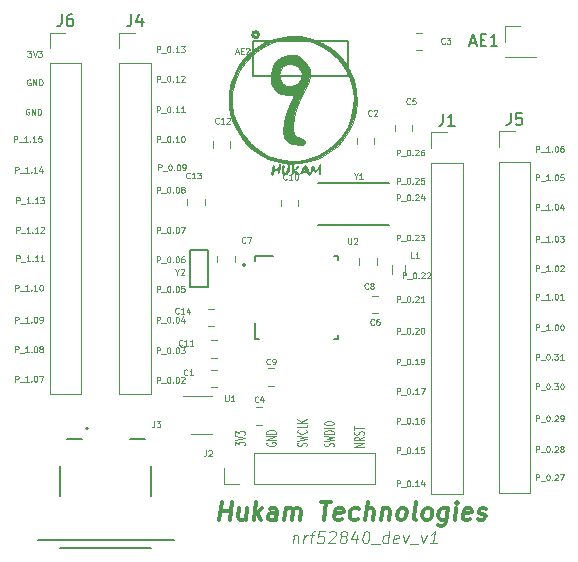
<source format=gto>
G04 #@! TF.GenerationSoftware,KiCad,Pcbnew,5.1.7-a382d34a8~88~ubuntu18.04.1*
G04 #@! TF.CreationDate,2022-03-10T15:26:47+05:30*
G04 #@! TF.ProjectId,nrf52840_Dev_v1,6e726635-3238-4343-905f-4465765f7631,rev?*
G04 #@! TF.SameCoordinates,Original*
G04 #@! TF.FileFunction,Legend,Top*
G04 #@! TF.FilePolarity,Positive*
%FSLAX46Y46*%
G04 Gerber Fmt 4.6, Leading zero omitted, Abs format (unit mm)*
G04 Created by KiCad (PCBNEW 5.1.7-a382d34a8~88~ubuntu18.04.1) date 2022-03-10 15:26:47*
%MOMM*%
%LPD*%
G01*
G04 APERTURE LIST*
%ADD10C,0.300000*%
%ADD11C,0.050000*%
%ADD12C,0.100000*%
%ADD13C,0.010000*%
%ADD14C,0.200000*%
%ADD15C,0.127000*%
%ADD16C,0.150000*%
%ADD17C,0.120000*%
G04 APERTURE END LIST*
D10*
X99429642Y-91578571D02*
X99617142Y-90078571D01*
X99527857Y-90792857D02*
X100385000Y-90792857D01*
X100286785Y-91578571D02*
X100474285Y-90078571D01*
X101768928Y-90578571D02*
X101643928Y-91578571D01*
X101126071Y-90578571D02*
X101027857Y-91364285D01*
X101081428Y-91507142D01*
X101215357Y-91578571D01*
X101429642Y-91578571D01*
X101581428Y-91507142D01*
X101661785Y-91435714D01*
X102358214Y-91578571D02*
X102545714Y-90078571D01*
X102572500Y-91007142D02*
X102929642Y-91578571D01*
X103054642Y-90578571D02*
X102411785Y-91150000D01*
X104215357Y-91578571D02*
X104313571Y-90792857D01*
X104260000Y-90650000D01*
X104126071Y-90578571D01*
X103840357Y-90578571D01*
X103688571Y-90650000D01*
X104224285Y-91507142D02*
X104072500Y-91578571D01*
X103715357Y-91578571D01*
X103581428Y-91507142D01*
X103527857Y-91364285D01*
X103545714Y-91221428D01*
X103635000Y-91078571D01*
X103786785Y-91007142D01*
X104143928Y-91007142D01*
X104295714Y-90935714D01*
X104929642Y-91578571D02*
X105054642Y-90578571D01*
X105036785Y-90721428D02*
X105117142Y-90650000D01*
X105268928Y-90578571D01*
X105483214Y-90578571D01*
X105617142Y-90650000D01*
X105670714Y-90792857D01*
X105572500Y-91578571D01*
X105670714Y-90792857D02*
X105760000Y-90650000D01*
X105911785Y-90578571D01*
X106126071Y-90578571D01*
X106260000Y-90650000D01*
X106313571Y-90792857D01*
X106215357Y-91578571D01*
X108045714Y-90078571D02*
X108902857Y-90078571D01*
X108286785Y-91578571D02*
X108474285Y-90078571D01*
X109795714Y-91507142D02*
X109643928Y-91578571D01*
X109358214Y-91578571D01*
X109224285Y-91507142D01*
X109170714Y-91364285D01*
X109242142Y-90792857D01*
X109331428Y-90650000D01*
X109483214Y-90578571D01*
X109768928Y-90578571D01*
X109902857Y-90650000D01*
X109956428Y-90792857D01*
X109938571Y-90935714D01*
X109206428Y-91078571D01*
X111152857Y-91507142D02*
X111001071Y-91578571D01*
X110715357Y-91578571D01*
X110581428Y-91507142D01*
X110518928Y-91435714D01*
X110465357Y-91292857D01*
X110518928Y-90864285D01*
X110608214Y-90721428D01*
X110688571Y-90650000D01*
X110840357Y-90578571D01*
X111126071Y-90578571D01*
X111260000Y-90650000D01*
X111786785Y-91578571D02*
X111974285Y-90078571D01*
X112429642Y-91578571D02*
X112527857Y-90792857D01*
X112474285Y-90650000D01*
X112340357Y-90578571D01*
X112126071Y-90578571D01*
X111974285Y-90650000D01*
X111893928Y-90721428D01*
X113268928Y-90578571D02*
X113143928Y-91578571D01*
X113251071Y-90721428D02*
X113331428Y-90650000D01*
X113483214Y-90578571D01*
X113697500Y-90578571D01*
X113831428Y-90650000D01*
X113885000Y-90792857D01*
X113786785Y-91578571D01*
X114715357Y-91578571D02*
X114581428Y-91507142D01*
X114518928Y-91435714D01*
X114465357Y-91292857D01*
X114518928Y-90864285D01*
X114608214Y-90721428D01*
X114688571Y-90650000D01*
X114840357Y-90578571D01*
X115054642Y-90578571D01*
X115188571Y-90650000D01*
X115251071Y-90721428D01*
X115304642Y-90864285D01*
X115251071Y-91292857D01*
X115161785Y-91435714D01*
X115081428Y-91507142D01*
X114929642Y-91578571D01*
X114715357Y-91578571D01*
X116072500Y-91578571D02*
X115938571Y-91507142D01*
X115885000Y-91364285D01*
X116045714Y-90078571D01*
X116858214Y-91578571D02*
X116724285Y-91507142D01*
X116661785Y-91435714D01*
X116608214Y-91292857D01*
X116661785Y-90864285D01*
X116751071Y-90721428D01*
X116831428Y-90650000D01*
X116983214Y-90578571D01*
X117197500Y-90578571D01*
X117331428Y-90650000D01*
X117393928Y-90721428D01*
X117447500Y-90864285D01*
X117393928Y-91292857D01*
X117304642Y-91435714D01*
X117224285Y-91507142D01*
X117072500Y-91578571D01*
X116858214Y-91578571D01*
X118768928Y-90578571D02*
X118617142Y-91792857D01*
X118527857Y-91935714D01*
X118447500Y-92007142D01*
X118295714Y-92078571D01*
X118081428Y-92078571D01*
X117947500Y-92007142D01*
X118652857Y-91507142D02*
X118501071Y-91578571D01*
X118215357Y-91578571D01*
X118081428Y-91507142D01*
X118018928Y-91435714D01*
X117965357Y-91292857D01*
X118018928Y-90864285D01*
X118108214Y-90721428D01*
X118188571Y-90650000D01*
X118340357Y-90578571D01*
X118626071Y-90578571D01*
X118760000Y-90650000D01*
X119358214Y-91578571D02*
X119483214Y-90578571D01*
X119545714Y-90078571D02*
X119465357Y-90150000D01*
X119527857Y-90221428D01*
X119608214Y-90150000D01*
X119545714Y-90078571D01*
X119527857Y-90221428D01*
X120652857Y-91507142D02*
X120501071Y-91578571D01*
X120215357Y-91578571D01*
X120081428Y-91507142D01*
X120027857Y-91364285D01*
X120099285Y-90792857D01*
X120188571Y-90650000D01*
X120340357Y-90578571D01*
X120626071Y-90578571D01*
X120760000Y-90650000D01*
X120813571Y-90792857D01*
X120795714Y-90935714D01*
X120063571Y-91078571D01*
X121295714Y-91507142D02*
X121429642Y-91578571D01*
X121715357Y-91578571D01*
X121867142Y-91507142D01*
X121956428Y-91364285D01*
X121965357Y-91292857D01*
X121911785Y-91150000D01*
X121777857Y-91078571D01*
X121563571Y-91078571D01*
X121429642Y-91007142D01*
X121376071Y-90864285D01*
X121385000Y-90792857D01*
X121474285Y-90650000D01*
X121626071Y-90578571D01*
X121840357Y-90578571D01*
X121974285Y-90650000D01*
D11*
X126245238Y-88226190D02*
X126245238Y-87726190D01*
X126435714Y-87726190D01*
X126483333Y-87750000D01*
X126507142Y-87773809D01*
X126530952Y-87821428D01*
X126530952Y-87892857D01*
X126507142Y-87940476D01*
X126483333Y-87964285D01*
X126435714Y-87988095D01*
X126245238Y-87988095D01*
X126626190Y-88273809D02*
X127007142Y-88273809D01*
X127221428Y-87726190D02*
X127269047Y-87726190D01*
X127316666Y-87750000D01*
X127340476Y-87773809D01*
X127364285Y-87821428D01*
X127388095Y-87916666D01*
X127388095Y-88035714D01*
X127364285Y-88130952D01*
X127340476Y-88178571D01*
X127316666Y-88202380D01*
X127269047Y-88226190D01*
X127221428Y-88226190D01*
X127173809Y-88202380D01*
X127150000Y-88178571D01*
X127126190Y-88130952D01*
X127102380Y-88035714D01*
X127102380Y-87916666D01*
X127126190Y-87821428D01*
X127150000Y-87773809D01*
X127173809Y-87750000D01*
X127221428Y-87726190D01*
X127602380Y-88178571D02*
X127626190Y-88202380D01*
X127602380Y-88226190D01*
X127578571Y-88202380D01*
X127602380Y-88178571D01*
X127602380Y-88226190D01*
X127816666Y-87773809D02*
X127840476Y-87750000D01*
X127888095Y-87726190D01*
X128007142Y-87726190D01*
X128054761Y-87750000D01*
X128078571Y-87773809D01*
X128102380Y-87821428D01*
X128102380Y-87869047D01*
X128078571Y-87940476D01*
X127792857Y-88226190D01*
X128102380Y-88226190D01*
X128269047Y-87726190D02*
X128602380Y-87726190D01*
X128388095Y-88226190D01*
X126245238Y-85826190D02*
X126245238Y-85326190D01*
X126435714Y-85326190D01*
X126483333Y-85350000D01*
X126507142Y-85373809D01*
X126530952Y-85421428D01*
X126530952Y-85492857D01*
X126507142Y-85540476D01*
X126483333Y-85564285D01*
X126435714Y-85588095D01*
X126245238Y-85588095D01*
X126626190Y-85873809D02*
X127007142Y-85873809D01*
X127221428Y-85326190D02*
X127269047Y-85326190D01*
X127316666Y-85350000D01*
X127340476Y-85373809D01*
X127364285Y-85421428D01*
X127388095Y-85516666D01*
X127388095Y-85635714D01*
X127364285Y-85730952D01*
X127340476Y-85778571D01*
X127316666Y-85802380D01*
X127269047Y-85826190D01*
X127221428Y-85826190D01*
X127173809Y-85802380D01*
X127150000Y-85778571D01*
X127126190Y-85730952D01*
X127102380Y-85635714D01*
X127102380Y-85516666D01*
X127126190Y-85421428D01*
X127150000Y-85373809D01*
X127173809Y-85350000D01*
X127221428Y-85326190D01*
X127602380Y-85778571D02*
X127626190Y-85802380D01*
X127602380Y-85826190D01*
X127578571Y-85802380D01*
X127602380Y-85778571D01*
X127602380Y-85826190D01*
X127816666Y-85373809D02*
X127840476Y-85350000D01*
X127888095Y-85326190D01*
X128007142Y-85326190D01*
X128054761Y-85350000D01*
X128078571Y-85373809D01*
X128102380Y-85421428D01*
X128102380Y-85469047D01*
X128078571Y-85540476D01*
X127792857Y-85826190D01*
X128102380Y-85826190D01*
X128388095Y-85540476D02*
X128340476Y-85516666D01*
X128316666Y-85492857D01*
X128292857Y-85445238D01*
X128292857Y-85421428D01*
X128316666Y-85373809D01*
X128340476Y-85350000D01*
X128388095Y-85326190D01*
X128483333Y-85326190D01*
X128530952Y-85350000D01*
X128554761Y-85373809D01*
X128578571Y-85421428D01*
X128578571Y-85445238D01*
X128554761Y-85492857D01*
X128530952Y-85516666D01*
X128483333Y-85540476D01*
X128388095Y-85540476D01*
X128340476Y-85564285D01*
X128316666Y-85588095D01*
X128292857Y-85635714D01*
X128292857Y-85730952D01*
X128316666Y-85778571D01*
X128340476Y-85802380D01*
X128388095Y-85826190D01*
X128483333Y-85826190D01*
X128530952Y-85802380D01*
X128554761Y-85778571D01*
X128578571Y-85730952D01*
X128578571Y-85635714D01*
X128554761Y-85588095D01*
X128530952Y-85564285D01*
X128483333Y-85540476D01*
X126245238Y-83226190D02*
X126245238Y-82726190D01*
X126435714Y-82726190D01*
X126483333Y-82750000D01*
X126507142Y-82773809D01*
X126530952Y-82821428D01*
X126530952Y-82892857D01*
X126507142Y-82940476D01*
X126483333Y-82964285D01*
X126435714Y-82988095D01*
X126245238Y-82988095D01*
X126626190Y-83273809D02*
X127007142Y-83273809D01*
X127221428Y-82726190D02*
X127269047Y-82726190D01*
X127316666Y-82750000D01*
X127340476Y-82773809D01*
X127364285Y-82821428D01*
X127388095Y-82916666D01*
X127388095Y-83035714D01*
X127364285Y-83130952D01*
X127340476Y-83178571D01*
X127316666Y-83202380D01*
X127269047Y-83226190D01*
X127221428Y-83226190D01*
X127173809Y-83202380D01*
X127150000Y-83178571D01*
X127126190Y-83130952D01*
X127102380Y-83035714D01*
X127102380Y-82916666D01*
X127126190Y-82821428D01*
X127150000Y-82773809D01*
X127173809Y-82750000D01*
X127221428Y-82726190D01*
X127602380Y-83178571D02*
X127626190Y-83202380D01*
X127602380Y-83226190D01*
X127578571Y-83202380D01*
X127602380Y-83178571D01*
X127602380Y-83226190D01*
X127816666Y-82773809D02*
X127840476Y-82750000D01*
X127888095Y-82726190D01*
X128007142Y-82726190D01*
X128054761Y-82750000D01*
X128078571Y-82773809D01*
X128102380Y-82821428D01*
X128102380Y-82869047D01*
X128078571Y-82940476D01*
X127792857Y-83226190D01*
X128102380Y-83226190D01*
X128340476Y-83226190D02*
X128435714Y-83226190D01*
X128483333Y-83202380D01*
X128507142Y-83178571D01*
X128554761Y-83107142D01*
X128578571Y-83011904D01*
X128578571Y-82821428D01*
X128554761Y-82773809D01*
X128530952Y-82750000D01*
X128483333Y-82726190D01*
X128388095Y-82726190D01*
X128340476Y-82750000D01*
X128316666Y-82773809D01*
X128292857Y-82821428D01*
X128292857Y-82940476D01*
X128316666Y-82988095D01*
X128340476Y-83011904D01*
X128388095Y-83035714D01*
X128483333Y-83035714D01*
X128530952Y-83011904D01*
X128554761Y-82988095D01*
X128578571Y-82940476D01*
X126245238Y-80526190D02*
X126245238Y-80026190D01*
X126435714Y-80026190D01*
X126483333Y-80050000D01*
X126507142Y-80073809D01*
X126530952Y-80121428D01*
X126530952Y-80192857D01*
X126507142Y-80240476D01*
X126483333Y-80264285D01*
X126435714Y-80288095D01*
X126245238Y-80288095D01*
X126626190Y-80573809D02*
X127007142Y-80573809D01*
X127221428Y-80026190D02*
X127269047Y-80026190D01*
X127316666Y-80050000D01*
X127340476Y-80073809D01*
X127364285Y-80121428D01*
X127388095Y-80216666D01*
X127388095Y-80335714D01*
X127364285Y-80430952D01*
X127340476Y-80478571D01*
X127316666Y-80502380D01*
X127269047Y-80526190D01*
X127221428Y-80526190D01*
X127173809Y-80502380D01*
X127150000Y-80478571D01*
X127126190Y-80430952D01*
X127102380Y-80335714D01*
X127102380Y-80216666D01*
X127126190Y-80121428D01*
X127150000Y-80073809D01*
X127173809Y-80050000D01*
X127221428Y-80026190D01*
X127602380Y-80478571D02*
X127626190Y-80502380D01*
X127602380Y-80526190D01*
X127578571Y-80502380D01*
X127602380Y-80478571D01*
X127602380Y-80526190D01*
X127792857Y-80026190D02*
X128102380Y-80026190D01*
X127935714Y-80216666D01*
X128007142Y-80216666D01*
X128054761Y-80240476D01*
X128078571Y-80264285D01*
X128102380Y-80311904D01*
X128102380Y-80430952D01*
X128078571Y-80478571D01*
X128054761Y-80502380D01*
X128007142Y-80526190D01*
X127864285Y-80526190D01*
X127816666Y-80502380D01*
X127792857Y-80478571D01*
X128411904Y-80026190D02*
X128459523Y-80026190D01*
X128507142Y-80050000D01*
X128530952Y-80073809D01*
X128554761Y-80121428D01*
X128578571Y-80216666D01*
X128578571Y-80335714D01*
X128554761Y-80430952D01*
X128530952Y-80478571D01*
X128507142Y-80502380D01*
X128459523Y-80526190D01*
X128411904Y-80526190D01*
X128364285Y-80502380D01*
X128340476Y-80478571D01*
X128316666Y-80430952D01*
X128292857Y-80335714D01*
X128292857Y-80216666D01*
X128316666Y-80121428D01*
X128340476Y-80073809D01*
X128364285Y-80050000D01*
X128411904Y-80026190D01*
X126245238Y-78026190D02*
X126245238Y-77526190D01*
X126435714Y-77526190D01*
X126483333Y-77550000D01*
X126507142Y-77573809D01*
X126530952Y-77621428D01*
X126530952Y-77692857D01*
X126507142Y-77740476D01*
X126483333Y-77764285D01*
X126435714Y-77788095D01*
X126245238Y-77788095D01*
X126626190Y-78073809D02*
X127007142Y-78073809D01*
X127221428Y-77526190D02*
X127269047Y-77526190D01*
X127316666Y-77550000D01*
X127340476Y-77573809D01*
X127364285Y-77621428D01*
X127388095Y-77716666D01*
X127388095Y-77835714D01*
X127364285Y-77930952D01*
X127340476Y-77978571D01*
X127316666Y-78002380D01*
X127269047Y-78026190D01*
X127221428Y-78026190D01*
X127173809Y-78002380D01*
X127150000Y-77978571D01*
X127126190Y-77930952D01*
X127102380Y-77835714D01*
X127102380Y-77716666D01*
X127126190Y-77621428D01*
X127150000Y-77573809D01*
X127173809Y-77550000D01*
X127221428Y-77526190D01*
X127602380Y-77978571D02*
X127626190Y-78002380D01*
X127602380Y-78026190D01*
X127578571Y-78002380D01*
X127602380Y-77978571D01*
X127602380Y-78026190D01*
X127792857Y-77526190D02*
X128102380Y-77526190D01*
X127935714Y-77716666D01*
X128007142Y-77716666D01*
X128054761Y-77740476D01*
X128078571Y-77764285D01*
X128102380Y-77811904D01*
X128102380Y-77930952D01*
X128078571Y-77978571D01*
X128054761Y-78002380D01*
X128007142Y-78026190D01*
X127864285Y-78026190D01*
X127816666Y-78002380D01*
X127792857Y-77978571D01*
X128578571Y-78026190D02*
X128292857Y-78026190D01*
X128435714Y-78026190D02*
X128435714Y-77526190D01*
X128388095Y-77597619D01*
X128340476Y-77645238D01*
X128292857Y-77669047D01*
X126245238Y-75526190D02*
X126245238Y-75026190D01*
X126435714Y-75026190D01*
X126483333Y-75050000D01*
X126507142Y-75073809D01*
X126530952Y-75121428D01*
X126530952Y-75192857D01*
X126507142Y-75240476D01*
X126483333Y-75264285D01*
X126435714Y-75288095D01*
X126245238Y-75288095D01*
X126626190Y-75573809D02*
X127007142Y-75573809D01*
X127388095Y-75526190D02*
X127102380Y-75526190D01*
X127245238Y-75526190D02*
X127245238Y-75026190D01*
X127197619Y-75097619D01*
X127150000Y-75145238D01*
X127102380Y-75169047D01*
X127602380Y-75478571D02*
X127626190Y-75502380D01*
X127602380Y-75526190D01*
X127578571Y-75502380D01*
X127602380Y-75478571D01*
X127602380Y-75526190D01*
X127935714Y-75026190D02*
X127983333Y-75026190D01*
X128030952Y-75050000D01*
X128054761Y-75073809D01*
X128078571Y-75121428D01*
X128102380Y-75216666D01*
X128102380Y-75335714D01*
X128078571Y-75430952D01*
X128054761Y-75478571D01*
X128030952Y-75502380D01*
X127983333Y-75526190D01*
X127935714Y-75526190D01*
X127888095Y-75502380D01*
X127864285Y-75478571D01*
X127840476Y-75430952D01*
X127816666Y-75335714D01*
X127816666Y-75216666D01*
X127840476Y-75121428D01*
X127864285Y-75073809D01*
X127888095Y-75050000D01*
X127935714Y-75026190D01*
X128411904Y-75026190D02*
X128459523Y-75026190D01*
X128507142Y-75050000D01*
X128530952Y-75073809D01*
X128554761Y-75121428D01*
X128578571Y-75216666D01*
X128578571Y-75335714D01*
X128554761Y-75430952D01*
X128530952Y-75478571D01*
X128507142Y-75502380D01*
X128459523Y-75526190D01*
X128411904Y-75526190D01*
X128364285Y-75502380D01*
X128340476Y-75478571D01*
X128316666Y-75430952D01*
X128292857Y-75335714D01*
X128292857Y-75216666D01*
X128316666Y-75121428D01*
X128340476Y-75073809D01*
X128364285Y-75050000D01*
X128411904Y-75026190D01*
X126245238Y-72926190D02*
X126245238Y-72426190D01*
X126435714Y-72426190D01*
X126483333Y-72450000D01*
X126507142Y-72473809D01*
X126530952Y-72521428D01*
X126530952Y-72592857D01*
X126507142Y-72640476D01*
X126483333Y-72664285D01*
X126435714Y-72688095D01*
X126245238Y-72688095D01*
X126626190Y-72973809D02*
X127007142Y-72973809D01*
X127388095Y-72926190D02*
X127102380Y-72926190D01*
X127245238Y-72926190D02*
X127245238Y-72426190D01*
X127197619Y-72497619D01*
X127150000Y-72545238D01*
X127102380Y-72569047D01*
X127602380Y-72878571D02*
X127626190Y-72902380D01*
X127602380Y-72926190D01*
X127578571Y-72902380D01*
X127602380Y-72878571D01*
X127602380Y-72926190D01*
X127935714Y-72426190D02*
X127983333Y-72426190D01*
X128030952Y-72450000D01*
X128054761Y-72473809D01*
X128078571Y-72521428D01*
X128102380Y-72616666D01*
X128102380Y-72735714D01*
X128078571Y-72830952D01*
X128054761Y-72878571D01*
X128030952Y-72902380D01*
X127983333Y-72926190D01*
X127935714Y-72926190D01*
X127888095Y-72902380D01*
X127864285Y-72878571D01*
X127840476Y-72830952D01*
X127816666Y-72735714D01*
X127816666Y-72616666D01*
X127840476Y-72521428D01*
X127864285Y-72473809D01*
X127888095Y-72450000D01*
X127935714Y-72426190D01*
X128578571Y-72926190D02*
X128292857Y-72926190D01*
X128435714Y-72926190D02*
X128435714Y-72426190D01*
X128388095Y-72497619D01*
X128340476Y-72545238D01*
X128292857Y-72569047D01*
X126245238Y-70526190D02*
X126245238Y-70026190D01*
X126435714Y-70026190D01*
X126483333Y-70050000D01*
X126507142Y-70073809D01*
X126530952Y-70121428D01*
X126530952Y-70192857D01*
X126507142Y-70240476D01*
X126483333Y-70264285D01*
X126435714Y-70288095D01*
X126245238Y-70288095D01*
X126626190Y-70573809D02*
X127007142Y-70573809D01*
X127388095Y-70526190D02*
X127102380Y-70526190D01*
X127245238Y-70526190D02*
X127245238Y-70026190D01*
X127197619Y-70097619D01*
X127150000Y-70145238D01*
X127102380Y-70169047D01*
X127602380Y-70478571D02*
X127626190Y-70502380D01*
X127602380Y-70526190D01*
X127578571Y-70502380D01*
X127602380Y-70478571D01*
X127602380Y-70526190D01*
X127935714Y-70026190D02*
X127983333Y-70026190D01*
X128030952Y-70050000D01*
X128054761Y-70073809D01*
X128078571Y-70121428D01*
X128102380Y-70216666D01*
X128102380Y-70335714D01*
X128078571Y-70430952D01*
X128054761Y-70478571D01*
X128030952Y-70502380D01*
X127983333Y-70526190D01*
X127935714Y-70526190D01*
X127888095Y-70502380D01*
X127864285Y-70478571D01*
X127840476Y-70430952D01*
X127816666Y-70335714D01*
X127816666Y-70216666D01*
X127840476Y-70121428D01*
X127864285Y-70073809D01*
X127888095Y-70050000D01*
X127935714Y-70026190D01*
X128292857Y-70073809D02*
X128316666Y-70050000D01*
X128364285Y-70026190D01*
X128483333Y-70026190D01*
X128530952Y-70050000D01*
X128554761Y-70073809D01*
X128578571Y-70121428D01*
X128578571Y-70169047D01*
X128554761Y-70240476D01*
X128269047Y-70526190D01*
X128578571Y-70526190D01*
X126245238Y-68026190D02*
X126245238Y-67526190D01*
X126435714Y-67526190D01*
X126483333Y-67550000D01*
X126507142Y-67573809D01*
X126530952Y-67621428D01*
X126530952Y-67692857D01*
X126507142Y-67740476D01*
X126483333Y-67764285D01*
X126435714Y-67788095D01*
X126245238Y-67788095D01*
X126626190Y-68073809D02*
X127007142Y-68073809D01*
X127388095Y-68026190D02*
X127102380Y-68026190D01*
X127245238Y-68026190D02*
X127245238Y-67526190D01*
X127197619Y-67597619D01*
X127150000Y-67645238D01*
X127102380Y-67669047D01*
X127602380Y-67978571D02*
X127626190Y-68002380D01*
X127602380Y-68026190D01*
X127578571Y-68002380D01*
X127602380Y-67978571D01*
X127602380Y-68026190D01*
X127935714Y-67526190D02*
X127983333Y-67526190D01*
X128030952Y-67550000D01*
X128054761Y-67573809D01*
X128078571Y-67621428D01*
X128102380Y-67716666D01*
X128102380Y-67835714D01*
X128078571Y-67930952D01*
X128054761Y-67978571D01*
X128030952Y-68002380D01*
X127983333Y-68026190D01*
X127935714Y-68026190D01*
X127888095Y-68002380D01*
X127864285Y-67978571D01*
X127840476Y-67930952D01*
X127816666Y-67835714D01*
X127816666Y-67716666D01*
X127840476Y-67621428D01*
X127864285Y-67573809D01*
X127888095Y-67550000D01*
X127935714Y-67526190D01*
X128269047Y-67526190D02*
X128578571Y-67526190D01*
X128411904Y-67716666D01*
X128483333Y-67716666D01*
X128530952Y-67740476D01*
X128554761Y-67764285D01*
X128578571Y-67811904D01*
X128578571Y-67930952D01*
X128554761Y-67978571D01*
X128530952Y-68002380D01*
X128483333Y-68026190D01*
X128340476Y-68026190D01*
X128292857Y-68002380D01*
X128269047Y-67978571D01*
X126245238Y-65326190D02*
X126245238Y-64826190D01*
X126435714Y-64826190D01*
X126483333Y-64850000D01*
X126507142Y-64873809D01*
X126530952Y-64921428D01*
X126530952Y-64992857D01*
X126507142Y-65040476D01*
X126483333Y-65064285D01*
X126435714Y-65088095D01*
X126245238Y-65088095D01*
X126626190Y-65373809D02*
X127007142Y-65373809D01*
X127388095Y-65326190D02*
X127102380Y-65326190D01*
X127245238Y-65326190D02*
X127245238Y-64826190D01*
X127197619Y-64897619D01*
X127150000Y-64945238D01*
X127102380Y-64969047D01*
X127602380Y-65278571D02*
X127626190Y-65302380D01*
X127602380Y-65326190D01*
X127578571Y-65302380D01*
X127602380Y-65278571D01*
X127602380Y-65326190D01*
X127935714Y-64826190D02*
X127983333Y-64826190D01*
X128030952Y-64850000D01*
X128054761Y-64873809D01*
X128078571Y-64921428D01*
X128102380Y-65016666D01*
X128102380Y-65135714D01*
X128078571Y-65230952D01*
X128054761Y-65278571D01*
X128030952Y-65302380D01*
X127983333Y-65326190D01*
X127935714Y-65326190D01*
X127888095Y-65302380D01*
X127864285Y-65278571D01*
X127840476Y-65230952D01*
X127816666Y-65135714D01*
X127816666Y-65016666D01*
X127840476Y-64921428D01*
X127864285Y-64873809D01*
X127888095Y-64850000D01*
X127935714Y-64826190D01*
X128530952Y-64992857D02*
X128530952Y-65326190D01*
X128411904Y-64802380D02*
X128292857Y-65159523D01*
X128602380Y-65159523D01*
X126245238Y-62826190D02*
X126245238Y-62326190D01*
X126435714Y-62326190D01*
X126483333Y-62350000D01*
X126507142Y-62373809D01*
X126530952Y-62421428D01*
X126530952Y-62492857D01*
X126507142Y-62540476D01*
X126483333Y-62564285D01*
X126435714Y-62588095D01*
X126245238Y-62588095D01*
X126626190Y-62873809D02*
X127007142Y-62873809D01*
X127388095Y-62826190D02*
X127102380Y-62826190D01*
X127245238Y-62826190D02*
X127245238Y-62326190D01*
X127197619Y-62397619D01*
X127150000Y-62445238D01*
X127102380Y-62469047D01*
X127602380Y-62778571D02*
X127626190Y-62802380D01*
X127602380Y-62826190D01*
X127578571Y-62802380D01*
X127602380Y-62778571D01*
X127602380Y-62826190D01*
X127935714Y-62326190D02*
X127983333Y-62326190D01*
X128030952Y-62350000D01*
X128054761Y-62373809D01*
X128078571Y-62421428D01*
X128102380Y-62516666D01*
X128102380Y-62635714D01*
X128078571Y-62730952D01*
X128054761Y-62778571D01*
X128030952Y-62802380D01*
X127983333Y-62826190D01*
X127935714Y-62826190D01*
X127888095Y-62802380D01*
X127864285Y-62778571D01*
X127840476Y-62730952D01*
X127816666Y-62635714D01*
X127816666Y-62516666D01*
X127840476Y-62421428D01*
X127864285Y-62373809D01*
X127888095Y-62350000D01*
X127935714Y-62326190D01*
X128554761Y-62326190D02*
X128316666Y-62326190D01*
X128292857Y-62564285D01*
X128316666Y-62540476D01*
X128364285Y-62516666D01*
X128483333Y-62516666D01*
X128530952Y-62540476D01*
X128554761Y-62564285D01*
X128578571Y-62611904D01*
X128578571Y-62730952D01*
X128554761Y-62778571D01*
X128530952Y-62802380D01*
X128483333Y-62826190D01*
X128364285Y-62826190D01*
X128316666Y-62802380D01*
X128292857Y-62778571D01*
X126245238Y-60426190D02*
X126245238Y-59926190D01*
X126435714Y-59926190D01*
X126483333Y-59950000D01*
X126507142Y-59973809D01*
X126530952Y-60021428D01*
X126530952Y-60092857D01*
X126507142Y-60140476D01*
X126483333Y-60164285D01*
X126435714Y-60188095D01*
X126245238Y-60188095D01*
X126626190Y-60473809D02*
X127007142Y-60473809D01*
X127388095Y-60426190D02*
X127102380Y-60426190D01*
X127245238Y-60426190D02*
X127245238Y-59926190D01*
X127197619Y-59997619D01*
X127150000Y-60045238D01*
X127102380Y-60069047D01*
X127602380Y-60378571D02*
X127626190Y-60402380D01*
X127602380Y-60426190D01*
X127578571Y-60402380D01*
X127602380Y-60378571D01*
X127602380Y-60426190D01*
X127935714Y-59926190D02*
X127983333Y-59926190D01*
X128030952Y-59950000D01*
X128054761Y-59973809D01*
X128078571Y-60021428D01*
X128102380Y-60116666D01*
X128102380Y-60235714D01*
X128078571Y-60330952D01*
X128054761Y-60378571D01*
X128030952Y-60402380D01*
X127983333Y-60426190D01*
X127935714Y-60426190D01*
X127888095Y-60402380D01*
X127864285Y-60378571D01*
X127840476Y-60330952D01*
X127816666Y-60235714D01*
X127816666Y-60116666D01*
X127840476Y-60021428D01*
X127864285Y-59973809D01*
X127888095Y-59950000D01*
X127935714Y-59926190D01*
X128530952Y-59926190D02*
X128435714Y-59926190D01*
X128388095Y-59950000D01*
X128364285Y-59973809D01*
X128316666Y-60045238D01*
X128292857Y-60140476D01*
X128292857Y-60330952D01*
X128316666Y-60378571D01*
X128340476Y-60402380D01*
X128388095Y-60426190D01*
X128483333Y-60426190D01*
X128530952Y-60402380D01*
X128554761Y-60378571D01*
X128578571Y-60330952D01*
X128578571Y-60211904D01*
X128554761Y-60164285D01*
X128530952Y-60140476D01*
X128483333Y-60116666D01*
X128388095Y-60116666D01*
X128340476Y-60140476D01*
X128316666Y-60164285D01*
X128292857Y-60211904D01*
X94145238Y-79976190D02*
X94145238Y-79476190D01*
X94335714Y-79476190D01*
X94383333Y-79500000D01*
X94407142Y-79523809D01*
X94430952Y-79571428D01*
X94430952Y-79642857D01*
X94407142Y-79690476D01*
X94383333Y-79714285D01*
X94335714Y-79738095D01*
X94145238Y-79738095D01*
X94526190Y-80023809D02*
X94907142Y-80023809D01*
X95121428Y-79476190D02*
X95169047Y-79476190D01*
X95216666Y-79500000D01*
X95240476Y-79523809D01*
X95264285Y-79571428D01*
X95288095Y-79666666D01*
X95288095Y-79785714D01*
X95264285Y-79880952D01*
X95240476Y-79928571D01*
X95216666Y-79952380D01*
X95169047Y-79976190D01*
X95121428Y-79976190D01*
X95073809Y-79952380D01*
X95050000Y-79928571D01*
X95026190Y-79880952D01*
X95002380Y-79785714D01*
X95002380Y-79666666D01*
X95026190Y-79571428D01*
X95050000Y-79523809D01*
X95073809Y-79500000D01*
X95121428Y-79476190D01*
X95502380Y-79928571D02*
X95526190Y-79952380D01*
X95502380Y-79976190D01*
X95478571Y-79952380D01*
X95502380Y-79928571D01*
X95502380Y-79976190D01*
X95835714Y-79476190D02*
X95883333Y-79476190D01*
X95930952Y-79500000D01*
X95954761Y-79523809D01*
X95978571Y-79571428D01*
X96002380Y-79666666D01*
X96002380Y-79785714D01*
X95978571Y-79880952D01*
X95954761Y-79928571D01*
X95930952Y-79952380D01*
X95883333Y-79976190D01*
X95835714Y-79976190D01*
X95788095Y-79952380D01*
X95764285Y-79928571D01*
X95740476Y-79880952D01*
X95716666Y-79785714D01*
X95716666Y-79666666D01*
X95740476Y-79571428D01*
X95764285Y-79523809D01*
X95788095Y-79500000D01*
X95835714Y-79476190D01*
X96192857Y-79523809D02*
X96216666Y-79500000D01*
X96264285Y-79476190D01*
X96383333Y-79476190D01*
X96430952Y-79500000D01*
X96454761Y-79523809D01*
X96478571Y-79571428D01*
X96478571Y-79619047D01*
X96454761Y-79690476D01*
X96169047Y-79976190D01*
X96478571Y-79976190D01*
X94145238Y-77476190D02*
X94145238Y-76976190D01*
X94335714Y-76976190D01*
X94383333Y-77000000D01*
X94407142Y-77023809D01*
X94430952Y-77071428D01*
X94430952Y-77142857D01*
X94407142Y-77190476D01*
X94383333Y-77214285D01*
X94335714Y-77238095D01*
X94145238Y-77238095D01*
X94526190Y-77523809D02*
X94907142Y-77523809D01*
X95121428Y-76976190D02*
X95169047Y-76976190D01*
X95216666Y-77000000D01*
X95240476Y-77023809D01*
X95264285Y-77071428D01*
X95288095Y-77166666D01*
X95288095Y-77285714D01*
X95264285Y-77380952D01*
X95240476Y-77428571D01*
X95216666Y-77452380D01*
X95169047Y-77476190D01*
X95121428Y-77476190D01*
X95073809Y-77452380D01*
X95050000Y-77428571D01*
X95026190Y-77380952D01*
X95002380Y-77285714D01*
X95002380Y-77166666D01*
X95026190Y-77071428D01*
X95050000Y-77023809D01*
X95073809Y-77000000D01*
X95121428Y-76976190D01*
X95502380Y-77428571D02*
X95526190Y-77452380D01*
X95502380Y-77476190D01*
X95478571Y-77452380D01*
X95502380Y-77428571D01*
X95502380Y-77476190D01*
X95835714Y-76976190D02*
X95883333Y-76976190D01*
X95930952Y-77000000D01*
X95954761Y-77023809D01*
X95978571Y-77071428D01*
X96002380Y-77166666D01*
X96002380Y-77285714D01*
X95978571Y-77380952D01*
X95954761Y-77428571D01*
X95930952Y-77452380D01*
X95883333Y-77476190D01*
X95835714Y-77476190D01*
X95788095Y-77452380D01*
X95764285Y-77428571D01*
X95740476Y-77380952D01*
X95716666Y-77285714D01*
X95716666Y-77166666D01*
X95740476Y-77071428D01*
X95764285Y-77023809D01*
X95788095Y-77000000D01*
X95835714Y-76976190D01*
X96169047Y-76976190D02*
X96478571Y-76976190D01*
X96311904Y-77166666D01*
X96383333Y-77166666D01*
X96430952Y-77190476D01*
X96454761Y-77214285D01*
X96478571Y-77261904D01*
X96478571Y-77380952D01*
X96454761Y-77428571D01*
X96430952Y-77452380D01*
X96383333Y-77476190D01*
X96240476Y-77476190D01*
X96192857Y-77452380D01*
X96169047Y-77428571D01*
X94145238Y-74876190D02*
X94145238Y-74376190D01*
X94335714Y-74376190D01*
X94383333Y-74400000D01*
X94407142Y-74423809D01*
X94430952Y-74471428D01*
X94430952Y-74542857D01*
X94407142Y-74590476D01*
X94383333Y-74614285D01*
X94335714Y-74638095D01*
X94145238Y-74638095D01*
X94526190Y-74923809D02*
X94907142Y-74923809D01*
X95121428Y-74376190D02*
X95169047Y-74376190D01*
X95216666Y-74400000D01*
X95240476Y-74423809D01*
X95264285Y-74471428D01*
X95288095Y-74566666D01*
X95288095Y-74685714D01*
X95264285Y-74780952D01*
X95240476Y-74828571D01*
X95216666Y-74852380D01*
X95169047Y-74876190D01*
X95121428Y-74876190D01*
X95073809Y-74852380D01*
X95050000Y-74828571D01*
X95026190Y-74780952D01*
X95002380Y-74685714D01*
X95002380Y-74566666D01*
X95026190Y-74471428D01*
X95050000Y-74423809D01*
X95073809Y-74400000D01*
X95121428Y-74376190D01*
X95502380Y-74828571D02*
X95526190Y-74852380D01*
X95502380Y-74876190D01*
X95478571Y-74852380D01*
X95502380Y-74828571D01*
X95502380Y-74876190D01*
X95835714Y-74376190D02*
X95883333Y-74376190D01*
X95930952Y-74400000D01*
X95954761Y-74423809D01*
X95978571Y-74471428D01*
X96002380Y-74566666D01*
X96002380Y-74685714D01*
X95978571Y-74780952D01*
X95954761Y-74828571D01*
X95930952Y-74852380D01*
X95883333Y-74876190D01*
X95835714Y-74876190D01*
X95788095Y-74852380D01*
X95764285Y-74828571D01*
X95740476Y-74780952D01*
X95716666Y-74685714D01*
X95716666Y-74566666D01*
X95740476Y-74471428D01*
X95764285Y-74423809D01*
X95788095Y-74400000D01*
X95835714Y-74376190D01*
X96430952Y-74542857D02*
X96430952Y-74876190D01*
X96311904Y-74352380D02*
X96192857Y-74709523D01*
X96502380Y-74709523D01*
X94145238Y-72276190D02*
X94145238Y-71776190D01*
X94335714Y-71776190D01*
X94383333Y-71800000D01*
X94407142Y-71823809D01*
X94430952Y-71871428D01*
X94430952Y-71942857D01*
X94407142Y-71990476D01*
X94383333Y-72014285D01*
X94335714Y-72038095D01*
X94145238Y-72038095D01*
X94526190Y-72323809D02*
X94907142Y-72323809D01*
X95121428Y-71776190D02*
X95169047Y-71776190D01*
X95216666Y-71800000D01*
X95240476Y-71823809D01*
X95264285Y-71871428D01*
X95288095Y-71966666D01*
X95288095Y-72085714D01*
X95264285Y-72180952D01*
X95240476Y-72228571D01*
X95216666Y-72252380D01*
X95169047Y-72276190D01*
X95121428Y-72276190D01*
X95073809Y-72252380D01*
X95050000Y-72228571D01*
X95026190Y-72180952D01*
X95002380Y-72085714D01*
X95002380Y-71966666D01*
X95026190Y-71871428D01*
X95050000Y-71823809D01*
X95073809Y-71800000D01*
X95121428Y-71776190D01*
X95502380Y-72228571D02*
X95526190Y-72252380D01*
X95502380Y-72276190D01*
X95478571Y-72252380D01*
X95502380Y-72228571D01*
X95502380Y-72276190D01*
X95835714Y-71776190D02*
X95883333Y-71776190D01*
X95930952Y-71800000D01*
X95954761Y-71823809D01*
X95978571Y-71871428D01*
X96002380Y-71966666D01*
X96002380Y-72085714D01*
X95978571Y-72180952D01*
X95954761Y-72228571D01*
X95930952Y-72252380D01*
X95883333Y-72276190D01*
X95835714Y-72276190D01*
X95788095Y-72252380D01*
X95764285Y-72228571D01*
X95740476Y-72180952D01*
X95716666Y-72085714D01*
X95716666Y-71966666D01*
X95740476Y-71871428D01*
X95764285Y-71823809D01*
X95788095Y-71800000D01*
X95835714Y-71776190D01*
X96454761Y-71776190D02*
X96216666Y-71776190D01*
X96192857Y-72014285D01*
X96216666Y-71990476D01*
X96264285Y-71966666D01*
X96383333Y-71966666D01*
X96430952Y-71990476D01*
X96454761Y-72014285D01*
X96478571Y-72061904D01*
X96478571Y-72180952D01*
X96454761Y-72228571D01*
X96430952Y-72252380D01*
X96383333Y-72276190D01*
X96264285Y-72276190D01*
X96216666Y-72252380D01*
X96192857Y-72228571D01*
X94145238Y-69776190D02*
X94145238Y-69276190D01*
X94335714Y-69276190D01*
X94383333Y-69300000D01*
X94407142Y-69323809D01*
X94430952Y-69371428D01*
X94430952Y-69442857D01*
X94407142Y-69490476D01*
X94383333Y-69514285D01*
X94335714Y-69538095D01*
X94145238Y-69538095D01*
X94526190Y-69823809D02*
X94907142Y-69823809D01*
X95121428Y-69276190D02*
X95169047Y-69276190D01*
X95216666Y-69300000D01*
X95240476Y-69323809D01*
X95264285Y-69371428D01*
X95288095Y-69466666D01*
X95288095Y-69585714D01*
X95264285Y-69680952D01*
X95240476Y-69728571D01*
X95216666Y-69752380D01*
X95169047Y-69776190D01*
X95121428Y-69776190D01*
X95073809Y-69752380D01*
X95050000Y-69728571D01*
X95026190Y-69680952D01*
X95002380Y-69585714D01*
X95002380Y-69466666D01*
X95026190Y-69371428D01*
X95050000Y-69323809D01*
X95073809Y-69300000D01*
X95121428Y-69276190D01*
X95502380Y-69728571D02*
X95526190Y-69752380D01*
X95502380Y-69776190D01*
X95478571Y-69752380D01*
X95502380Y-69728571D01*
X95502380Y-69776190D01*
X95835714Y-69276190D02*
X95883333Y-69276190D01*
X95930952Y-69300000D01*
X95954761Y-69323809D01*
X95978571Y-69371428D01*
X96002380Y-69466666D01*
X96002380Y-69585714D01*
X95978571Y-69680952D01*
X95954761Y-69728571D01*
X95930952Y-69752380D01*
X95883333Y-69776190D01*
X95835714Y-69776190D01*
X95788095Y-69752380D01*
X95764285Y-69728571D01*
X95740476Y-69680952D01*
X95716666Y-69585714D01*
X95716666Y-69466666D01*
X95740476Y-69371428D01*
X95764285Y-69323809D01*
X95788095Y-69300000D01*
X95835714Y-69276190D01*
X96430952Y-69276190D02*
X96335714Y-69276190D01*
X96288095Y-69300000D01*
X96264285Y-69323809D01*
X96216666Y-69395238D01*
X96192857Y-69490476D01*
X96192857Y-69680952D01*
X96216666Y-69728571D01*
X96240476Y-69752380D01*
X96288095Y-69776190D01*
X96383333Y-69776190D01*
X96430952Y-69752380D01*
X96454761Y-69728571D01*
X96478571Y-69680952D01*
X96478571Y-69561904D01*
X96454761Y-69514285D01*
X96430952Y-69490476D01*
X96383333Y-69466666D01*
X96288095Y-69466666D01*
X96240476Y-69490476D01*
X96216666Y-69514285D01*
X96192857Y-69561904D01*
X94145238Y-67276190D02*
X94145238Y-66776190D01*
X94335714Y-66776190D01*
X94383333Y-66800000D01*
X94407142Y-66823809D01*
X94430952Y-66871428D01*
X94430952Y-66942857D01*
X94407142Y-66990476D01*
X94383333Y-67014285D01*
X94335714Y-67038095D01*
X94145238Y-67038095D01*
X94526190Y-67323809D02*
X94907142Y-67323809D01*
X95121428Y-66776190D02*
X95169047Y-66776190D01*
X95216666Y-66800000D01*
X95240476Y-66823809D01*
X95264285Y-66871428D01*
X95288095Y-66966666D01*
X95288095Y-67085714D01*
X95264285Y-67180952D01*
X95240476Y-67228571D01*
X95216666Y-67252380D01*
X95169047Y-67276190D01*
X95121428Y-67276190D01*
X95073809Y-67252380D01*
X95050000Y-67228571D01*
X95026190Y-67180952D01*
X95002380Y-67085714D01*
X95002380Y-66966666D01*
X95026190Y-66871428D01*
X95050000Y-66823809D01*
X95073809Y-66800000D01*
X95121428Y-66776190D01*
X95502380Y-67228571D02*
X95526190Y-67252380D01*
X95502380Y-67276190D01*
X95478571Y-67252380D01*
X95502380Y-67228571D01*
X95502380Y-67276190D01*
X95835714Y-66776190D02*
X95883333Y-66776190D01*
X95930952Y-66800000D01*
X95954761Y-66823809D01*
X95978571Y-66871428D01*
X96002380Y-66966666D01*
X96002380Y-67085714D01*
X95978571Y-67180952D01*
X95954761Y-67228571D01*
X95930952Y-67252380D01*
X95883333Y-67276190D01*
X95835714Y-67276190D01*
X95788095Y-67252380D01*
X95764285Y-67228571D01*
X95740476Y-67180952D01*
X95716666Y-67085714D01*
X95716666Y-66966666D01*
X95740476Y-66871428D01*
X95764285Y-66823809D01*
X95788095Y-66800000D01*
X95835714Y-66776190D01*
X96169047Y-66776190D02*
X96502380Y-66776190D01*
X96288095Y-67276190D01*
X94145238Y-63876190D02*
X94145238Y-63376190D01*
X94335714Y-63376190D01*
X94383333Y-63400000D01*
X94407142Y-63423809D01*
X94430952Y-63471428D01*
X94430952Y-63542857D01*
X94407142Y-63590476D01*
X94383333Y-63614285D01*
X94335714Y-63638095D01*
X94145238Y-63638095D01*
X94526190Y-63923809D02*
X94907142Y-63923809D01*
X95121428Y-63376190D02*
X95169047Y-63376190D01*
X95216666Y-63400000D01*
X95240476Y-63423809D01*
X95264285Y-63471428D01*
X95288095Y-63566666D01*
X95288095Y-63685714D01*
X95264285Y-63780952D01*
X95240476Y-63828571D01*
X95216666Y-63852380D01*
X95169047Y-63876190D01*
X95121428Y-63876190D01*
X95073809Y-63852380D01*
X95050000Y-63828571D01*
X95026190Y-63780952D01*
X95002380Y-63685714D01*
X95002380Y-63566666D01*
X95026190Y-63471428D01*
X95050000Y-63423809D01*
X95073809Y-63400000D01*
X95121428Y-63376190D01*
X95502380Y-63828571D02*
X95526190Y-63852380D01*
X95502380Y-63876190D01*
X95478571Y-63852380D01*
X95502380Y-63828571D01*
X95502380Y-63876190D01*
X95835714Y-63376190D02*
X95883333Y-63376190D01*
X95930952Y-63400000D01*
X95954761Y-63423809D01*
X95978571Y-63471428D01*
X96002380Y-63566666D01*
X96002380Y-63685714D01*
X95978571Y-63780952D01*
X95954761Y-63828571D01*
X95930952Y-63852380D01*
X95883333Y-63876190D01*
X95835714Y-63876190D01*
X95788095Y-63852380D01*
X95764285Y-63828571D01*
X95740476Y-63780952D01*
X95716666Y-63685714D01*
X95716666Y-63566666D01*
X95740476Y-63471428D01*
X95764285Y-63423809D01*
X95788095Y-63400000D01*
X95835714Y-63376190D01*
X96288095Y-63590476D02*
X96240476Y-63566666D01*
X96216666Y-63542857D01*
X96192857Y-63495238D01*
X96192857Y-63471428D01*
X96216666Y-63423809D01*
X96240476Y-63400000D01*
X96288095Y-63376190D01*
X96383333Y-63376190D01*
X96430952Y-63400000D01*
X96454761Y-63423809D01*
X96478571Y-63471428D01*
X96478571Y-63495238D01*
X96454761Y-63542857D01*
X96430952Y-63566666D01*
X96383333Y-63590476D01*
X96288095Y-63590476D01*
X96240476Y-63614285D01*
X96216666Y-63638095D01*
X96192857Y-63685714D01*
X96192857Y-63780952D01*
X96216666Y-63828571D01*
X96240476Y-63852380D01*
X96288095Y-63876190D01*
X96383333Y-63876190D01*
X96430952Y-63852380D01*
X96454761Y-63828571D01*
X96478571Y-63780952D01*
X96478571Y-63685714D01*
X96454761Y-63638095D01*
X96430952Y-63614285D01*
X96383333Y-63590476D01*
X94245238Y-61976190D02*
X94245238Y-61476190D01*
X94435714Y-61476190D01*
X94483333Y-61500000D01*
X94507142Y-61523809D01*
X94530952Y-61571428D01*
X94530952Y-61642857D01*
X94507142Y-61690476D01*
X94483333Y-61714285D01*
X94435714Y-61738095D01*
X94245238Y-61738095D01*
X94626190Y-62023809D02*
X95007142Y-62023809D01*
X95221428Y-61476190D02*
X95269047Y-61476190D01*
X95316666Y-61500000D01*
X95340476Y-61523809D01*
X95364285Y-61571428D01*
X95388095Y-61666666D01*
X95388095Y-61785714D01*
X95364285Y-61880952D01*
X95340476Y-61928571D01*
X95316666Y-61952380D01*
X95269047Y-61976190D01*
X95221428Y-61976190D01*
X95173809Y-61952380D01*
X95150000Y-61928571D01*
X95126190Y-61880952D01*
X95102380Y-61785714D01*
X95102380Y-61666666D01*
X95126190Y-61571428D01*
X95150000Y-61523809D01*
X95173809Y-61500000D01*
X95221428Y-61476190D01*
X95602380Y-61928571D02*
X95626190Y-61952380D01*
X95602380Y-61976190D01*
X95578571Y-61952380D01*
X95602380Y-61928571D01*
X95602380Y-61976190D01*
X95935714Y-61476190D02*
X95983333Y-61476190D01*
X96030952Y-61500000D01*
X96054761Y-61523809D01*
X96078571Y-61571428D01*
X96102380Y-61666666D01*
X96102380Y-61785714D01*
X96078571Y-61880952D01*
X96054761Y-61928571D01*
X96030952Y-61952380D01*
X95983333Y-61976190D01*
X95935714Y-61976190D01*
X95888095Y-61952380D01*
X95864285Y-61928571D01*
X95840476Y-61880952D01*
X95816666Y-61785714D01*
X95816666Y-61666666D01*
X95840476Y-61571428D01*
X95864285Y-61523809D01*
X95888095Y-61500000D01*
X95935714Y-61476190D01*
X96340476Y-61976190D02*
X96435714Y-61976190D01*
X96483333Y-61952380D01*
X96507142Y-61928571D01*
X96554761Y-61857142D01*
X96578571Y-61761904D01*
X96578571Y-61571428D01*
X96554761Y-61523809D01*
X96530952Y-61500000D01*
X96483333Y-61476190D01*
X96388095Y-61476190D01*
X96340476Y-61500000D01*
X96316666Y-61523809D01*
X96292857Y-61571428D01*
X96292857Y-61690476D01*
X96316666Y-61738095D01*
X96340476Y-61761904D01*
X96388095Y-61785714D01*
X96483333Y-61785714D01*
X96530952Y-61761904D01*
X96554761Y-61738095D01*
X96578571Y-61690476D01*
X94145238Y-59576190D02*
X94145238Y-59076190D01*
X94335714Y-59076190D01*
X94383333Y-59100000D01*
X94407142Y-59123809D01*
X94430952Y-59171428D01*
X94430952Y-59242857D01*
X94407142Y-59290476D01*
X94383333Y-59314285D01*
X94335714Y-59338095D01*
X94145238Y-59338095D01*
X94526190Y-59623809D02*
X94907142Y-59623809D01*
X95121428Y-59076190D02*
X95169047Y-59076190D01*
X95216666Y-59100000D01*
X95240476Y-59123809D01*
X95264285Y-59171428D01*
X95288095Y-59266666D01*
X95288095Y-59385714D01*
X95264285Y-59480952D01*
X95240476Y-59528571D01*
X95216666Y-59552380D01*
X95169047Y-59576190D01*
X95121428Y-59576190D01*
X95073809Y-59552380D01*
X95050000Y-59528571D01*
X95026190Y-59480952D01*
X95002380Y-59385714D01*
X95002380Y-59266666D01*
X95026190Y-59171428D01*
X95050000Y-59123809D01*
X95073809Y-59100000D01*
X95121428Y-59076190D01*
X95502380Y-59528571D02*
X95526190Y-59552380D01*
X95502380Y-59576190D01*
X95478571Y-59552380D01*
X95502380Y-59528571D01*
X95502380Y-59576190D01*
X96002380Y-59576190D02*
X95716666Y-59576190D01*
X95859523Y-59576190D02*
X95859523Y-59076190D01*
X95811904Y-59147619D01*
X95764285Y-59195238D01*
X95716666Y-59219047D01*
X96311904Y-59076190D02*
X96359523Y-59076190D01*
X96407142Y-59100000D01*
X96430952Y-59123809D01*
X96454761Y-59171428D01*
X96478571Y-59266666D01*
X96478571Y-59385714D01*
X96454761Y-59480952D01*
X96430952Y-59528571D01*
X96407142Y-59552380D01*
X96359523Y-59576190D01*
X96311904Y-59576190D01*
X96264285Y-59552380D01*
X96240476Y-59528571D01*
X96216666Y-59480952D01*
X96192857Y-59385714D01*
X96192857Y-59266666D01*
X96216666Y-59171428D01*
X96240476Y-59123809D01*
X96264285Y-59100000D01*
X96311904Y-59076190D01*
X94145238Y-57076190D02*
X94145238Y-56576190D01*
X94335714Y-56576190D01*
X94383333Y-56600000D01*
X94407142Y-56623809D01*
X94430952Y-56671428D01*
X94430952Y-56742857D01*
X94407142Y-56790476D01*
X94383333Y-56814285D01*
X94335714Y-56838095D01*
X94145238Y-56838095D01*
X94526190Y-57123809D02*
X94907142Y-57123809D01*
X95121428Y-56576190D02*
X95169047Y-56576190D01*
X95216666Y-56600000D01*
X95240476Y-56623809D01*
X95264285Y-56671428D01*
X95288095Y-56766666D01*
X95288095Y-56885714D01*
X95264285Y-56980952D01*
X95240476Y-57028571D01*
X95216666Y-57052380D01*
X95169047Y-57076190D01*
X95121428Y-57076190D01*
X95073809Y-57052380D01*
X95050000Y-57028571D01*
X95026190Y-56980952D01*
X95002380Y-56885714D01*
X95002380Y-56766666D01*
X95026190Y-56671428D01*
X95050000Y-56623809D01*
X95073809Y-56600000D01*
X95121428Y-56576190D01*
X95502380Y-57028571D02*
X95526190Y-57052380D01*
X95502380Y-57076190D01*
X95478571Y-57052380D01*
X95502380Y-57028571D01*
X95502380Y-57076190D01*
X96002380Y-57076190D02*
X95716666Y-57076190D01*
X95859523Y-57076190D02*
X95859523Y-56576190D01*
X95811904Y-56647619D01*
X95764285Y-56695238D01*
X95716666Y-56719047D01*
X96478571Y-57076190D02*
X96192857Y-57076190D01*
X96335714Y-57076190D02*
X96335714Y-56576190D01*
X96288095Y-56647619D01*
X96240476Y-56695238D01*
X96192857Y-56719047D01*
X94145238Y-54476190D02*
X94145238Y-53976190D01*
X94335714Y-53976190D01*
X94383333Y-54000000D01*
X94407142Y-54023809D01*
X94430952Y-54071428D01*
X94430952Y-54142857D01*
X94407142Y-54190476D01*
X94383333Y-54214285D01*
X94335714Y-54238095D01*
X94145238Y-54238095D01*
X94526190Y-54523809D02*
X94907142Y-54523809D01*
X95121428Y-53976190D02*
X95169047Y-53976190D01*
X95216666Y-54000000D01*
X95240476Y-54023809D01*
X95264285Y-54071428D01*
X95288095Y-54166666D01*
X95288095Y-54285714D01*
X95264285Y-54380952D01*
X95240476Y-54428571D01*
X95216666Y-54452380D01*
X95169047Y-54476190D01*
X95121428Y-54476190D01*
X95073809Y-54452380D01*
X95050000Y-54428571D01*
X95026190Y-54380952D01*
X95002380Y-54285714D01*
X95002380Y-54166666D01*
X95026190Y-54071428D01*
X95050000Y-54023809D01*
X95073809Y-54000000D01*
X95121428Y-53976190D01*
X95502380Y-54428571D02*
X95526190Y-54452380D01*
X95502380Y-54476190D01*
X95478571Y-54452380D01*
X95502380Y-54428571D01*
X95502380Y-54476190D01*
X96002380Y-54476190D02*
X95716666Y-54476190D01*
X95859523Y-54476190D02*
X95859523Y-53976190D01*
X95811904Y-54047619D01*
X95764285Y-54095238D01*
X95716666Y-54119047D01*
X96192857Y-54023809D02*
X96216666Y-54000000D01*
X96264285Y-53976190D01*
X96383333Y-53976190D01*
X96430952Y-54000000D01*
X96454761Y-54023809D01*
X96478571Y-54071428D01*
X96478571Y-54119047D01*
X96454761Y-54190476D01*
X96169047Y-54476190D01*
X96478571Y-54476190D01*
X94145238Y-51976190D02*
X94145238Y-51476190D01*
X94335714Y-51476190D01*
X94383333Y-51500000D01*
X94407142Y-51523809D01*
X94430952Y-51571428D01*
X94430952Y-51642857D01*
X94407142Y-51690476D01*
X94383333Y-51714285D01*
X94335714Y-51738095D01*
X94145238Y-51738095D01*
X94526190Y-52023809D02*
X94907142Y-52023809D01*
X95121428Y-51476190D02*
X95169047Y-51476190D01*
X95216666Y-51500000D01*
X95240476Y-51523809D01*
X95264285Y-51571428D01*
X95288095Y-51666666D01*
X95288095Y-51785714D01*
X95264285Y-51880952D01*
X95240476Y-51928571D01*
X95216666Y-51952380D01*
X95169047Y-51976190D01*
X95121428Y-51976190D01*
X95073809Y-51952380D01*
X95050000Y-51928571D01*
X95026190Y-51880952D01*
X95002380Y-51785714D01*
X95002380Y-51666666D01*
X95026190Y-51571428D01*
X95050000Y-51523809D01*
X95073809Y-51500000D01*
X95121428Y-51476190D01*
X95502380Y-51928571D02*
X95526190Y-51952380D01*
X95502380Y-51976190D01*
X95478571Y-51952380D01*
X95502380Y-51928571D01*
X95502380Y-51976190D01*
X96002380Y-51976190D02*
X95716666Y-51976190D01*
X95859523Y-51976190D02*
X95859523Y-51476190D01*
X95811904Y-51547619D01*
X95764285Y-51595238D01*
X95716666Y-51619047D01*
X96169047Y-51476190D02*
X96478571Y-51476190D01*
X96311904Y-51666666D01*
X96383333Y-51666666D01*
X96430952Y-51690476D01*
X96454761Y-51714285D01*
X96478571Y-51761904D01*
X96478571Y-51880952D01*
X96454761Y-51928571D01*
X96430952Y-51952380D01*
X96383333Y-51976190D01*
X96240476Y-51976190D01*
X96192857Y-51952380D01*
X96169047Y-51928571D01*
X114445238Y-88726190D02*
X114445238Y-88226190D01*
X114635714Y-88226190D01*
X114683333Y-88250000D01*
X114707142Y-88273809D01*
X114730952Y-88321428D01*
X114730952Y-88392857D01*
X114707142Y-88440476D01*
X114683333Y-88464285D01*
X114635714Y-88488095D01*
X114445238Y-88488095D01*
X114826190Y-88773809D02*
X115207142Y-88773809D01*
X115421428Y-88226190D02*
X115469047Y-88226190D01*
X115516666Y-88250000D01*
X115540476Y-88273809D01*
X115564285Y-88321428D01*
X115588095Y-88416666D01*
X115588095Y-88535714D01*
X115564285Y-88630952D01*
X115540476Y-88678571D01*
X115516666Y-88702380D01*
X115469047Y-88726190D01*
X115421428Y-88726190D01*
X115373809Y-88702380D01*
X115350000Y-88678571D01*
X115326190Y-88630952D01*
X115302380Y-88535714D01*
X115302380Y-88416666D01*
X115326190Y-88321428D01*
X115350000Y-88273809D01*
X115373809Y-88250000D01*
X115421428Y-88226190D01*
X115802380Y-88678571D02*
X115826190Y-88702380D01*
X115802380Y-88726190D01*
X115778571Y-88702380D01*
X115802380Y-88678571D01*
X115802380Y-88726190D01*
X116302380Y-88726190D02*
X116016666Y-88726190D01*
X116159523Y-88726190D02*
X116159523Y-88226190D01*
X116111904Y-88297619D01*
X116064285Y-88345238D01*
X116016666Y-88369047D01*
X116730952Y-88392857D02*
X116730952Y-88726190D01*
X116611904Y-88202380D02*
X116492857Y-88559523D01*
X116802380Y-88559523D01*
X114445238Y-85926190D02*
X114445238Y-85426190D01*
X114635714Y-85426190D01*
X114683333Y-85450000D01*
X114707142Y-85473809D01*
X114730952Y-85521428D01*
X114730952Y-85592857D01*
X114707142Y-85640476D01*
X114683333Y-85664285D01*
X114635714Y-85688095D01*
X114445238Y-85688095D01*
X114826190Y-85973809D02*
X115207142Y-85973809D01*
X115421428Y-85426190D02*
X115469047Y-85426190D01*
X115516666Y-85450000D01*
X115540476Y-85473809D01*
X115564285Y-85521428D01*
X115588095Y-85616666D01*
X115588095Y-85735714D01*
X115564285Y-85830952D01*
X115540476Y-85878571D01*
X115516666Y-85902380D01*
X115469047Y-85926190D01*
X115421428Y-85926190D01*
X115373809Y-85902380D01*
X115350000Y-85878571D01*
X115326190Y-85830952D01*
X115302380Y-85735714D01*
X115302380Y-85616666D01*
X115326190Y-85521428D01*
X115350000Y-85473809D01*
X115373809Y-85450000D01*
X115421428Y-85426190D01*
X115802380Y-85878571D02*
X115826190Y-85902380D01*
X115802380Y-85926190D01*
X115778571Y-85902380D01*
X115802380Y-85878571D01*
X115802380Y-85926190D01*
X116302380Y-85926190D02*
X116016666Y-85926190D01*
X116159523Y-85926190D02*
X116159523Y-85426190D01*
X116111904Y-85497619D01*
X116064285Y-85545238D01*
X116016666Y-85569047D01*
X116754761Y-85426190D02*
X116516666Y-85426190D01*
X116492857Y-85664285D01*
X116516666Y-85640476D01*
X116564285Y-85616666D01*
X116683333Y-85616666D01*
X116730952Y-85640476D01*
X116754761Y-85664285D01*
X116778571Y-85711904D01*
X116778571Y-85830952D01*
X116754761Y-85878571D01*
X116730952Y-85902380D01*
X116683333Y-85926190D01*
X116564285Y-85926190D01*
X116516666Y-85902380D01*
X116492857Y-85878571D01*
X114445238Y-83426190D02*
X114445238Y-82926190D01*
X114635714Y-82926190D01*
X114683333Y-82950000D01*
X114707142Y-82973809D01*
X114730952Y-83021428D01*
X114730952Y-83092857D01*
X114707142Y-83140476D01*
X114683333Y-83164285D01*
X114635714Y-83188095D01*
X114445238Y-83188095D01*
X114826190Y-83473809D02*
X115207142Y-83473809D01*
X115421428Y-82926190D02*
X115469047Y-82926190D01*
X115516666Y-82950000D01*
X115540476Y-82973809D01*
X115564285Y-83021428D01*
X115588095Y-83116666D01*
X115588095Y-83235714D01*
X115564285Y-83330952D01*
X115540476Y-83378571D01*
X115516666Y-83402380D01*
X115469047Y-83426190D01*
X115421428Y-83426190D01*
X115373809Y-83402380D01*
X115350000Y-83378571D01*
X115326190Y-83330952D01*
X115302380Y-83235714D01*
X115302380Y-83116666D01*
X115326190Y-83021428D01*
X115350000Y-82973809D01*
X115373809Y-82950000D01*
X115421428Y-82926190D01*
X115802380Y-83378571D02*
X115826190Y-83402380D01*
X115802380Y-83426190D01*
X115778571Y-83402380D01*
X115802380Y-83378571D01*
X115802380Y-83426190D01*
X116302380Y-83426190D02*
X116016666Y-83426190D01*
X116159523Y-83426190D02*
X116159523Y-82926190D01*
X116111904Y-82997619D01*
X116064285Y-83045238D01*
X116016666Y-83069047D01*
X116730952Y-82926190D02*
X116635714Y-82926190D01*
X116588095Y-82950000D01*
X116564285Y-82973809D01*
X116516666Y-83045238D01*
X116492857Y-83140476D01*
X116492857Y-83330952D01*
X116516666Y-83378571D01*
X116540476Y-83402380D01*
X116588095Y-83426190D01*
X116683333Y-83426190D01*
X116730952Y-83402380D01*
X116754761Y-83378571D01*
X116778571Y-83330952D01*
X116778571Y-83211904D01*
X116754761Y-83164285D01*
X116730952Y-83140476D01*
X116683333Y-83116666D01*
X116588095Y-83116666D01*
X116540476Y-83140476D01*
X116516666Y-83164285D01*
X116492857Y-83211904D01*
X114445238Y-80926190D02*
X114445238Y-80426190D01*
X114635714Y-80426190D01*
X114683333Y-80450000D01*
X114707142Y-80473809D01*
X114730952Y-80521428D01*
X114730952Y-80592857D01*
X114707142Y-80640476D01*
X114683333Y-80664285D01*
X114635714Y-80688095D01*
X114445238Y-80688095D01*
X114826190Y-80973809D02*
X115207142Y-80973809D01*
X115421428Y-80426190D02*
X115469047Y-80426190D01*
X115516666Y-80450000D01*
X115540476Y-80473809D01*
X115564285Y-80521428D01*
X115588095Y-80616666D01*
X115588095Y-80735714D01*
X115564285Y-80830952D01*
X115540476Y-80878571D01*
X115516666Y-80902380D01*
X115469047Y-80926190D01*
X115421428Y-80926190D01*
X115373809Y-80902380D01*
X115350000Y-80878571D01*
X115326190Y-80830952D01*
X115302380Y-80735714D01*
X115302380Y-80616666D01*
X115326190Y-80521428D01*
X115350000Y-80473809D01*
X115373809Y-80450000D01*
X115421428Y-80426190D01*
X115802380Y-80878571D02*
X115826190Y-80902380D01*
X115802380Y-80926190D01*
X115778571Y-80902380D01*
X115802380Y-80878571D01*
X115802380Y-80926190D01*
X116302380Y-80926190D02*
X116016666Y-80926190D01*
X116159523Y-80926190D02*
X116159523Y-80426190D01*
X116111904Y-80497619D01*
X116064285Y-80545238D01*
X116016666Y-80569047D01*
X116469047Y-80426190D02*
X116802380Y-80426190D01*
X116588095Y-80926190D01*
X114445238Y-78426190D02*
X114445238Y-77926190D01*
X114635714Y-77926190D01*
X114683333Y-77950000D01*
X114707142Y-77973809D01*
X114730952Y-78021428D01*
X114730952Y-78092857D01*
X114707142Y-78140476D01*
X114683333Y-78164285D01*
X114635714Y-78188095D01*
X114445238Y-78188095D01*
X114826190Y-78473809D02*
X115207142Y-78473809D01*
X115421428Y-77926190D02*
X115469047Y-77926190D01*
X115516666Y-77950000D01*
X115540476Y-77973809D01*
X115564285Y-78021428D01*
X115588095Y-78116666D01*
X115588095Y-78235714D01*
X115564285Y-78330952D01*
X115540476Y-78378571D01*
X115516666Y-78402380D01*
X115469047Y-78426190D01*
X115421428Y-78426190D01*
X115373809Y-78402380D01*
X115350000Y-78378571D01*
X115326190Y-78330952D01*
X115302380Y-78235714D01*
X115302380Y-78116666D01*
X115326190Y-78021428D01*
X115350000Y-77973809D01*
X115373809Y-77950000D01*
X115421428Y-77926190D01*
X115802380Y-78378571D02*
X115826190Y-78402380D01*
X115802380Y-78426190D01*
X115778571Y-78402380D01*
X115802380Y-78378571D01*
X115802380Y-78426190D01*
X116302380Y-78426190D02*
X116016666Y-78426190D01*
X116159523Y-78426190D02*
X116159523Y-77926190D01*
X116111904Y-77997619D01*
X116064285Y-78045238D01*
X116016666Y-78069047D01*
X116540476Y-78426190D02*
X116635714Y-78426190D01*
X116683333Y-78402380D01*
X116707142Y-78378571D01*
X116754761Y-78307142D01*
X116778571Y-78211904D01*
X116778571Y-78021428D01*
X116754761Y-77973809D01*
X116730952Y-77950000D01*
X116683333Y-77926190D01*
X116588095Y-77926190D01*
X116540476Y-77950000D01*
X116516666Y-77973809D01*
X116492857Y-78021428D01*
X116492857Y-78140476D01*
X116516666Y-78188095D01*
X116540476Y-78211904D01*
X116588095Y-78235714D01*
X116683333Y-78235714D01*
X116730952Y-78211904D01*
X116754761Y-78188095D01*
X116778571Y-78140476D01*
X114445238Y-75826190D02*
X114445238Y-75326190D01*
X114635714Y-75326190D01*
X114683333Y-75350000D01*
X114707142Y-75373809D01*
X114730952Y-75421428D01*
X114730952Y-75492857D01*
X114707142Y-75540476D01*
X114683333Y-75564285D01*
X114635714Y-75588095D01*
X114445238Y-75588095D01*
X114826190Y-75873809D02*
X115207142Y-75873809D01*
X115421428Y-75326190D02*
X115469047Y-75326190D01*
X115516666Y-75350000D01*
X115540476Y-75373809D01*
X115564285Y-75421428D01*
X115588095Y-75516666D01*
X115588095Y-75635714D01*
X115564285Y-75730952D01*
X115540476Y-75778571D01*
X115516666Y-75802380D01*
X115469047Y-75826190D01*
X115421428Y-75826190D01*
X115373809Y-75802380D01*
X115350000Y-75778571D01*
X115326190Y-75730952D01*
X115302380Y-75635714D01*
X115302380Y-75516666D01*
X115326190Y-75421428D01*
X115350000Y-75373809D01*
X115373809Y-75350000D01*
X115421428Y-75326190D01*
X115802380Y-75778571D02*
X115826190Y-75802380D01*
X115802380Y-75826190D01*
X115778571Y-75802380D01*
X115802380Y-75778571D01*
X115802380Y-75826190D01*
X116016666Y-75373809D02*
X116040476Y-75350000D01*
X116088095Y-75326190D01*
X116207142Y-75326190D01*
X116254761Y-75350000D01*
X116278571Y-75373809D01*
X116302380Y-75421428D01*
X116302380Y-75469047D01*
X116278571Y-75540476D01*
X115992857Y-75826190D01*
X116302380Y-75826190D01*
X116611904Y-75326190D02*
X116659523Y-75326190D01*
X116707142Y-75350000D01*
X116730952Y-75373809D01*
X116754761Y-75421428D01*
X116778571Y-75516666D01*
X116778571Y-75635714D01*
X116754761Y-75730952D01*
X116730952Y-75778571D01*
X116707142Y-75802380D01*
X116659523Y-75826190D01*
X116611904Y-75826190D01*
X116564285Y-75802380D01*
X116540476Y-75778571D01*
X116516666Y-75730952D01*
X116492857Y-75635714D01*
X116492857Y-75516666D01*
X116516666Y-75421428D01*
X116540476Y-75373809D01*
X116564285Y-75350000D01*
X116611904Y-75326190D01*
X114445238Y-73126190D02*
X114445238Y-72626190D01*
X114635714Y-72626190D01*
X114683333Y-72650000D01*
X114707142Y-72673809D01*
X114730952Y-72721428D01*
X114730952Y-72792857D01*
X114707142Y-72840476D01*
X114683333Y-72864285D01*
X114635714Y-72888095D01*
X114445238Y-72888095D01*
X114826190Y-73173809D02*
X115207142Y-73173809D01*
X115421428Y-72626190D02*
X115469047Y-72626190D01*
X115516666Y-72650000D01*
X115540476Y-72673809D01*
X115564285Y-72721428D01*
X115588095Y-72816666D01*
X115588095Y-72935714D01*
X115564285Y-73030952D01*
X115540476Y-73078571D01*
X115516666Y-73102380D01*
X115469047Y-73126190D01*
X115421428Y-73126190D01*
X115373809Y-73102380D01*
X115350000Y-73078571D01*
X115326190Y-73030952D01*
X115302380Y-72935714D01*
X115302380Y-72816666D01*
X115326190Y-72721428D01*
X115350000Y-72673809D01*
X115373809Y-72650000D01*
X115421428Y-72626190D01*
X115802380Y-73078571D02*
X115826190Y-73102380D01*
X115802380Y-73126190D01*
X115778571Y-73102380D01*
X115802380Y-73078571D01*
X115802380Y-73126190D01*
X116016666Y-72673809D02*
X116040476Y-72650000D01*
X116088095Y-72626190D01*
X116207142Y-72626190D01*
X116254761Y-72650000D01*
X116278571Y-72673809D01*
X116302380Y-72721428D01*
X116302380Y-72769047D01*
X116278571Y-72840476D01*
X115992857Y-73126190D01*
X116302380Y-73126190D01*
X116778571Y-73126190D02*
X116492857Y-73126190D01*
X116635714Y-73126190D02*
X116635714Y-72626190D01*
X116588095Y-72697619D01*
X116540476Y-72745238D01*
X116492857Y-72769047D01*
X114945238Y-71126190D02*
X114945238Y-70626190D01*
X115135714Y-70626190D01*
X115183333Y-70650000D01*
X115207142Y-70673809D01*
X115230952Y-70721428D01*
X115230952Y-70792857D01*
X115207142Y-70840476D01*
X115183333Y-70864285D01*
X115135714Y-70888095D01*
X114945238Y-70888095D01*
X115326190Y-71173809D02*
X115707142Y-71173809D01*
X115921428Y-70626190D02*
X115969047Y-70626190D01*
X116016666Y-70650000D01*
X116040476Y-70673809D01*
X116064285Y-70721428D01*
X116088095Y-70816666D01*
X116088095Y-70935714D01*
X116064285Y-71030952D01*
X116040476Y-71078571D01*
X116016666Y-71102380D01*
X115969047Y-71126190D01*
X115921428Y-71126190D01*
X115873809Y-71102380D01*
X115850000Y-71078571D01*
X115826190Y-71030952D01*
X115802380Y-70935714D01*
X115802380Y-70816666D01*
X115826190Y-70721428D01*
X115850000Y-70673809D01*
X115873809Y-70650000D01*
X115921428Y-70626190D01*
X116302380Y-71078571D02*
X116326190Y-71102380D01*
X116302380Y-71126190D01*
X116278571Y-71102380D01*
X116302380Y-71078571D01*
X116302380Y-71126190D01*
X116516666Y-70673809D02*
X116540476Y-70650000D01*
X116588095Y-70626190D01*
X116707142Y-70626190D01*
X116754761Y-70650000D01*
X116778571Y-70673809D01*
X116802380Y-70721428D01*
X116802380Y-70769047D01*
X116778571Y-70840476D01*
X116492857Y-71126190D01*
X116802380Y-71126190D01*
X116992857Y-70673809D02*
X117016666Y-70650000D01*
X117064285Y-70626190D01*
X117183333Y-70626190D01*
X117230952Y-70650000D01*
X117254761Y-70673809D01*
X117278571Y-70721428D01*
X117278571Y-70769047D01*
X117254761Y-70840476D01*
X116969047Y-71126190D01*
X117278571Y-71126190D01*
X114445238Y-67926190D02*
X114445238Y-67426190D01*
X114635714Y-67426190D01*
X114683333Y-67450000D01*
X114707142Y-67473809D01*
X114730952Y-67521428D01*
X114730952Y-67592857D01*
X114707142Y-67640476D01*
X114683333Y-67664285D01*
X114635714Y-67688095D01*
X114445238Y-67688095D01*
X114826190Y-67973809D02*
X115207142Y-67973809D01*
X115421428Y-67426190D02*
X115469047Y-67426190D01*
X115516666Y-67450000D01*
X115540476Y-67473809D01*
X115564285Y-67521428D01*
X115588095Y-67616666D01*
X115588095Y-67735714D01*
X115564285Y-67830952D01*
X115540476Y-67878571D01*
X115516666Y-67902380D01*
X115469047Y-67926190D01*
X115421428Y-67926190D01*
X115373809Y-67902380D01*
X115350000Y-67878571D01*
X115326190Y-67830952D01*
X115302380Y-67735714D01*
X115302380Y-67616666D01*
X115326190Y-67521428D01*
X115350000Y-67473809D01*
X115373809Y-67450000D01*
X115421428Y-67426190D01*
X115802380Y-67878571D02*
X115826190Y-67902380D01*
X115802380Y-67926190D01*
X115778571Y-67902380D01*
X115802380Y-67878571D01*
X115802380Y-67926190D01*
X116016666Y-67473809D02*
X116040476Y-67450000D01*
X116088095Y-67426190D01*
X116207142Y-67426190D01*
X116254761Y-67450000D01*
X116278571Y-67473809D01*
X116302380Y-67521428D01*
X116302380Y-67569047D01*
X116278571Y-67640476D01*
X115992857Y-67926190D01*
X116302380Y-67926190D01*
X116469047Y-67426190D02*
X116778571Y-67426190D01*
X116611904Y-67616666D01*
X116683333Y-67616666D01*
X116730952Y-67640476D01*
X116754761Y-67664285D01*
X116778571Y-67711904D01*
X116778571Y-67830952D01*
X116754761Y-67878571D01*
X116730952Y-67902380D01*
X116683333Y-67926190D01*
X116540476Y-67926190D01*
X116492857Y-67902380D01*
X116469047Y-67878571D01*
X114445238Y-64526190D02*
X114445238Y-64026190D01*
X114635714Y-64026190D01*
X114683333Y-64050000D01*
X114707142Y-64073809D01*
X114730952Y-64121428D01*
X114730952Y-64192857D01*
X114707142Y-64240476D01*
X114683333Y-64264285D01*
X114635714Y-64288095D01*
X114445238Y-64288095D01*
X114826190Y-64573809D02*
X115207142Y-64573809D01*
X115421428Y-64026190D02*
X115469047Y-64026190D01*
X115516666Y-64050000D01*
X115540476Y-64073809D01*
X115564285Y-64121428D01*
X115588095Y-64216666D01*
X115588095Y-64335714D01*
X115564285Y-64430952D01*
X115540476Y-64478571D01*
X115516666Y-64502380D01*
X115469047Y-64526190D01*
X115421428Y-64526190D01*
X115373809Y-64502380D01*
X115350000Y-64478571D01*
X115326190Y-64430952D01*
X115302380Y-64335714D01*
X115302380Y-64216666D01*
X115326190Y-64121428D01*
X115350000Y-64073809D01*
X115373809Y-64050000D01*
X115421428Y-64026190D01*
X115802380Y-64478571D02*
X115826190Y-64502380D01*
X115802380Y-64526190D01*
X115778571Y-64502380D01*
X115802380Y-64478571D01*
X115802380Y-64526190D01*
X116016666Y-64073809D02*
X116040476Y-64050000D01*
X116088095Y-64026190D01*
X116207142Y-64026190D01*
X116254761Y-64050000D01*
X116278571Y-64073809D01*
X116302380Y-64121428D01*
X116302380Y-64169047D01*
X116278571Y-64240476D01*
X115992857Y-64526190D01*
X116302380Y-64526190D01*
X116730952Y-64192857D02*
X116730952Y-64526190D01*
X116611904Y-64002380D02*
X116492857Y-64359523D01*
X116802380Y-64359523D01*
X114445238Y-63126190D02*
X114445238Y-62626190D01*
X114635714Y-62626190D01*
X114683333Y-62650000D01*
X114707142Y-62673809D01*
X114730952Y-62721428D01*
X114730952Y-62792857D01*
X114707142Y-62840476D01*
X114683333Y-62864285D01*
X114635714Y-62888095D01*
X114445238Y-62888095D01*
X114826190Y-63173809D02*
X115207142Y-63173809D01*
X115421428Y-62626190D02*
X115469047Y-62626190D01*
X115516666Y-62650000D01*
X115540476Y-62673809D01*
X115564285Y-62721428D01*
X115588095Y-62816666D01*
X115588095Y-62935714D01*
X115564285Y-63030952D01*
X115540476Y-63078571D01*
X115516666Y-63102380D01*
X115469047Y-63126190D01*
X115421428Y-63126190D01*
X115373809Y-63102380D01*
X115350000Y-63078571D01*
X115326190Y-63030952D01*
X115302380Y-62935714D01*
X115302380Y-62816666D01*
X115326190Y-62721428D01*
X115350000Y-62673809D01*
X115373809Y-62650000D01*
X115421428Y-62626190D01*
X115802380Y-63078571D02*
X115826190Y-63102380D01*
X115802380Y-63126190D01*
X115778571Y-63102380D01*
X115802380Y-63078571D01*
X115802380Y-63126190D01*
X116016666Y-62673809D02*
X116040476Y-62650000D01*
X116088095Y-62626190D01*
X116207142Y-62626190D01*
X116254761Y-62650000D01*
X116278571Y-62673809D01*
X116302380Y-62721428D01*
X116302380Y-62769047D01*
X116278571Y-62840476D01*
X115992857Y-63126190D01*
X116302380Y-63126190D01*
X116754761Y-62626190D02*
X116516666Y-62626190D01*
X116492857Y-62864285D01*
X116516666Y-62840476D01*
X116564285Y-62816666D01*
X116683333Y-62816666D01*
X116730952Y-62840476D01*
X116754761Y-62864285D01*
X116778571Y-62911904D01*
X116778571Y-63030952D01*
X116754761Y-63078571D01*
X116730952Y-63102380D01*
X116683333Y-63126190D01*
X116564285Y-63126190D01*
X116516666Y-63102380D01*
X116492857Y-63078571D01*
X114445238Y-60726190D02*
X114445238Y-60226190D01*
X114635714Y-60226190D01*
X114683333Y-60250000D01*
X114707142Y-60273809D01*
X114730952Y-60321428D01*
X114730952Y-60392857D01*
X114707142Y-60440476D01*
X114683333Y-60464285D01*
X114635714Y-60488095D01*
X114445238Y-60488095D01*
X114826190Y-60773809D02*
X115207142Y-60773809D01*
X115421428Y-60226190D02*
X115469047Y-60226190D01*
X115516666Y-60250000D01*
X115540476Y-60273809D01*
X115564285Y-60321428D01*
X115588095Y-60416666D01*
X115588095Y-60535714D01*
X115564285Y-60630952D01*
X115540476Y-60678571D01*
X115516666Y-60702380D01*
X115469047Y-60726190D01*
X115421428Y-60726190D01*
X115373809Y-60702380D01*
X115350000Y-60678571D01*
X115326190Y-60630952D01*
X115302380Y-60535714D01*
X115302380Y-60416666D01*
X115326190Y-60321428D01*
X115350000Y-60273809D01*
X115373809Y-60250000D01*
X115421428Y-60226190D01*
X115802380Y-60678571D02*
X115826190Y-60702380D01*
X115802380Y-60726190D01*
X115778571Y-60702380D01*
X115802380Y-60678571D01*
X115802380Y-60726190D01*
X116016666Y-60273809D02*
X116040476Y-60250000D01*
X116088095Y-60226190D01*
X116207142Y-60226190D01*
X116254761Y-60250000D01*
X116278571Y-60273809D01*
X116302380Y-60321428D01*
X116302380Y-60369047D01*
X116278571Y-60440476D01*
X115992857Y-60726190D01*
X116302380Y-60726190D01*
X116730952Y-60226190D02*
X116635714Y-60226190D01*
X116588095Y-60250000D01*
X116564285Y-60273809D01*
X116516666Y-60345238D01*
X116492857Y-60440476D01*
X116492857Y-60630952D01*
X116516666Y-60678571D01*
X116540476Y-60702380D01*
X116588095Y-60726190D01*
X116683333Y-60726190D01*
X116730952Y-60702380D01*
X116754761Y-60678571D01*
X116778571Y-60630952D01*
X116778571Y-60511904D01*
X116754761Y-60464285D01*
X116730952Y-60440476D01*
X116683333Y-60416666D01*
X116588095Y-60416666D01*
X116540476Y-60440476D01*
X116516666Y-60464285D01*
X116492857Y-60511904D01*
X82145238Y-79876190D02*
X82145238Y-79376190D01*
X82335714Y-79376190D01*
X82383333Y-79400000D01*
X82407142Y-79423809D01*
X82430952Y-79471428D01*
X82430952Y-79542857D01*
X82407142Y-79590476D01*
X82383333Y-79614285D01*
X82335714Y-79638095D01*
X82145238Y-79638095D01*
X82526190Y-79923809D02*
X82907142Y-79923809D01*
X83288095Y-79876190D02*
X83002380Y-79876190D01*
X83145238Y-79876190D02*
X83145238Y-79376190D01*
X83097619Y-79447619D01*
X83050000Y-79495238D01*
X83002380Y-79519047D01*
X83502380Y-79828571D02*
X83526190Y-79852380D01*
X83502380Y-79876190D01*
X83478571Y-79852380D01*
X83502380Y-79828571D01*
X83502380Y-79876190D01*
X83835714Y-79376190D02*
X83883333Y-79376190D01*
X83930952Y-79400000D01*
X83954761Y-79423809D01*
X83978571Y-79471428D01*
X84002380Y-79566666D01*
X84002380Y-79685714D01*
X83978571Y-79780952D01*
X83954761Y-79828571D01*
X83930952Y-79852380D01*
X83883333Y-79876190D01*
X83835714Y-79876190D01*
X83788095Y-79852380D01*
X83764285Y-79828571D01*
X83740476Y-79780952D01*
X83716666Y-79685714D01*
X83716666Y-79566666D01*
X83740476Y-79471428D01*
X83764285Y-79423809D01*
X83788095Y-79400000D01*
X83835714Y-79376190D01*
X84169047Y-79376190D02*
X84502380Y-79376190D01*
X84288095Y-79876190D01*
X82145238Y-77376190D02*
X82145238Y-76876190D01*
X82335714Y-76876190D01*
X82383333Y-76900000D01*
X82407142Y-76923809D01*
X82430952Y-76971428D01*
X82430952Y-77042857D01*
X82407142Y-77090476D01*
X82383333Y-77114285D01*
X82335714Y-77138095D01*
X82145238Y-77138095D01*
X82526190Y-77423809D02*
X82907142Y-77423809D01*
X83288095Y-77376190D02*
X83002380Y-77376190D01*
X83145238Y-77376190D02*
X83145238Y-76876190D01*
X83097619Y-76947619D01*
X83050000Y-76995238D01*
X83002380Y-77019047D01*
X83502380Y-77328571D02*
X83526190Y-77352380D01*
X83502380Y-77376190D01*
X83478571Y-77352380D01*
X83502380Y-77328571D01*
X83502380Y-77376190D01*
X83835714Y-76876190D02*
X83883333Y-76876190D01*
X83930952Y-76900000D01*
X83954761Y-76923809D01*
X83978571Y-76971428D01*
X84002380Y-77066666D01*
X84002380Y-77185714D01*
X83978571Y-77280952D01*
X83954761Y-77328571D01*
X83930952Y-77352380D01*
X83883333Y-77376190D01*
X83835714Y-77376190D01*
X83788095Y-77352380D01*
X83764285Y-77328571D01*
X83740476Y-77280952D01*
X83716666Y-77185714D01*
X83716666Y-77066666D01*
X83740476Y-76971428D01*
X83764285Y-76923809D01*
X83788095Y-76900000D01*
X83835714Y-76876190D01*
X84288095Y-77090476D02*
X84240476Y-77066666D01*
X84216666Y-77042857D01*
X84192857Y-76995238D01*
X84192857Y-76971428D01*
X84216666Y-76923809D01*
X84240476Y-76900000D01*
X84288095Y-76876190D01*
X84383333Y-76876190D01*
X84430952Y-76900000D01*
X84454761Y-76923809D01*
X84478571Y-76971428D01*
X84478571Y-76995238D01*
X84454761Y-77042857D01*
X84430952Y-77066666D01*
X84383333Y-77090476D01*
X84288095Y-77090476D01*
X84240476Y-77114285D01*
X84216666Y-77138095D01*
X84192857Y-77185714D01*
X84192857Y-77280952D01*
X84216666Y-77328571D01*
X84240476Y-77352380D01*
X84288095Y-77376190D01*
X84383333Y-77376190D01*
X84430952Y-77352380D01*
X84454761Y-77328571D01*
X84478571Y-77280952D01*
X84478571Y-77185714D01*
X84454761Y-77138095D01*
X84430952Y-77114285D01*
X84383333Y-77090476D01*
X82145238Y-74876190D02*
X82145238Y-74376190D01*
X82335714Y-74376190D01*
X82383333Y-74400000D01*
X82407142Y-74423809D01*
X82430952Y-74471428D01*
X82430952Y-74542857D01*
X82407142Y-74590476D01*
X82383333Y-74614285D01*
X82335714Y-74638095D01*
X82145238Y-74638095D01*
X82526190Y-74923809D02*
X82907142Y-74923809D01*
X83288095Y-74876190D02*
X83002380Y-74876190D01*
X83145238Y-74876190D02*
X83145238Y-74376190D01*
X83097619Y-74447619D01*
X83050000Y-74495238D01*
X83002380Y-74519047D01*
X83502380Y-74828571D02*
X83526190Y-74852380D01*
X83502380Y-74876190D01*
X83478571Y-74852380D01*
X83502380Y-74828571D01*
X83502380Y-74876190D01*
X83835714Y-74376190D02*
X83883333Y-74376190D01*
X83930952Y-74400000D01*
X83954761Y-74423809D01*
X83978571Y-74471428D01*
X84002380Y-74566666D01*
X84002380Y-74685714D01*
X83978571Y-74780952D01*
X83954761Y-74828571D01*
X83930952Y-74852380D01*
X83883333Y-74876190D01*
X83835714Y-74876190D01*
X83788095Y-74852380D01*
X83764285Y-74828571D01*
X83740476Y-74780952D01*
X83716666Y-74685714D01*
X83716666Y-74566666D01*
X83740476Y-74471428D01*
X83764285Y-74423809D01*
X83788095Y-74400000D01*
X83835714Y-74376190D01*
X84240476Y-74876190D02*
X84335714Y-74876190D01*
X84383333Y-74852380D01*
X84407142Y-74828571D01*
X84454761Y-74757142D01*
X84478571Y-74661904D01*
X84478571Y-74471428D01*
X84454761Y-74423809D01*
X84430952Y-74400000D01*
X84383333Y-74376190D01*
X84288095Y-74376190D01*
X84240476Y-74400000D01*
X84216666Y-74423809D01*
X84192857Y-74471428D01*
X84192857Y-74590476D01*
X84216666Y-74638095D01*
X84240476Y-74661904D01*
X84288095Y-74685714D01*
X84383333Y-74685714D01*
X84430952Y-74661904D01*
X84454761Y-74638095D01*
X84478571Y-74590476D01*
X82145238Y-72176190D02*
X82145238Y-71676190D01*
X82335714Y-71676190D01*
X82383333Y-71700000D01*
X82407142Y-71723809D01*
X82430952Y-71771428D01*
X82430952Y-71842857D01*
X82407142Y-71890476D01*
X82383333Y-71914285D01*
X82335714Y-71938095D01*
X82145238Y-71938095D01*
X82526190Y-72223809D02*
X82907142Y-72223809D01*
X83288095Y-72176190D02*
X83002380Y-72176190D01*
X83145238Y-72176190D02*
X83145238Y-71676190D01*
X83097619Y-71747619D01*
X83050000Y-71795238D01*
X83002380Y-71819047D01*
X83502380Y-72128571D02*
X83526190Y-72152380D01*
X83502380Y-72176190D01*
X83478571Y-72152380D01*
X83502380Y-72128571D01*
X83502380Y-72176190D01*
X84002380Y-72176190D02*
X83716666Y-72176190D01*
X83859523Y-72176190D02*
X83859523Y-71676190D01*
X83811904Y-71747619D01*
X83764285Y-71795238D01*
X83716666Y-71819047D01*
X84311904Y-71676190D02*
X84359523Y-71676190D01*
X84407142Y-71700000D01*
X84430952Y-71723809D01*
X84454761Y-71771428D01*
X84478571Y-71866666D01*
X84478571Y-71985714D01*
X84454761Y-72080952D01*
X84430952Y-72128571D01*
X84407142Y-72152380D01*
X84359523Y-72176190D01*
X84311904Y-72176190D01*
X84264285Y-72152380D01*
X84240476Y-72128571D01*
X84216666Y-72080952D01*
X84192857Y-71985714D01*
X84192857Y-71866666D01*
X84216666Y-71771428D01*
X84240476Y-71723809D01*
X84264285Y-71700000D01*
X84311904Y-71676190D01*
X82245238Y-69676190D02*
X82245238Y-69176190D01*
X82435714Y-69176190D01*
X82483333Y-69200000D01*
X82507142Y-69223809D01*
X82530952Y-69271428D01*
X82530952Y-69342857D01*
X82507142Y-69390476D01*
X82483333Y-69414285D01*
X82435714Y-69438095D01*
X82245238Y-69438095D01*
X82626190Y-69723809D02*
X83007142Y-69723809D01*
X83388095Y-69676190D02*
X83102380Y-69676190D01*
X83245238Y-69676190D02*
X83245238Y-69176190D01*
X83197619Y-69247619D01*
X83150000Y-69295238D01*
X83102380Y-69319047D01*
X83602380Y-69628571D02*
X83626190Y-69652380D01*
X83602380Y-69676190D01*
X83578571Y-69652380D01*
X83602380Y-69628571D01*
X83602380Y-69676190D01*
X84102380Y-69676190D02*
X83816666Y-69676190D01*
X83959523Y-69676190D02*
X83959523Y-69176190D01*
X83911904Y-69247619D01*
X83864285Y-69295238D01*
X83816666Y-69319047D01*
X84578571Y-69676190D02*
X84292857Y-69676190D01*
X84435714Y-69676190D02*
X84435714Y-69176190D01*
X84388095Y-69247619D01*
X84340476Y-69295238D01*
X84292857Y-69319047D01*
X82245238Y-67276190D02*
X82245238Y-66776190D01*
X82435714Y-66776190D01*
X82483333Y-66800000D01*
X82507142Y-66823809D01*
X82530952Y-66871428D01*
X82530952Y-66942857D01*
X82507142Y-66990476D01*
X82483333Y-67014285D01*
X82435714Y-67038095D01*
X82245238Y-67038095D01*
X82626190Y-67323809D02*
X83007142Y-67323809D01*
X83388095Y-67276190D02*
X83102380Y-67276190D01*
X83245238Y-67276190D02*
X83245238Y-66776190D01*
X83197619Y-66847619D01*
X83150000Y-66895238D01*
X83102380Y-66919047D01*
X83602380Y-67228571D02*
X83626190Y-67252380D01*
X83602380Y-67276190D01*
X83578571Y-67252380D01*
X83602380Y-67228571D01*
X83602380Y-67276190D01*
X84102380Y-67276190D02*
X83816666Y-67276190D01*
X83959523Y-67276190D02*
X83959523Y-66776190D01*
X83911904Y-66847619D01*
X83864285Y-66895238D01*
X83816666Y-66919047D01*
X84292857Y-66823809D02*
X84316666Y-66800000D01*
X84364285Y-66776190D01*
X84483333Y-66776190D01*
X84530952Y-66800000D01*
X84554761Y-66823809D01*
X84578571Y-66871428D01*
X84578571Y-66919047D01*
X84554761Y-66990476D01*
X84269047Y-67276190D01*
X84578571Y-67276190D01*
X82245238Y-64776190D02*
X82245238Y-64276190D01*
X82435714Y-64276190D01*
X82483333Y-64300000D01*
X82507142Y-64323809D01*
X82530952Y-64371428D01*
X82530952Y-64442857D01*
X82507142Y-64490476D01*
X82483333Y-64514285D01*
X82435714Y-64538095D01*
X82245238Y-64538095D01*
X82626190Y-64823809D02*
X83007142Y-64823809D01*
X83388095Y-64776190D02*
X83102380Y-64776190D01*
X83245238Y-64776190D02*
X83245238Y-64276190D01*
X83197619Y-64347619D01*
X83150000Y-64395238D01*
X83102380Y-64419047D01*
X83602380Y-64728571D02*
X83626190Y-64752380D01*
X83602380Y-64776190D01*
X83578571Y-64752380D01*
X83602380Y-64728571D01*
X83602380Y-64776190D01*
X84102380Y-64776190D02*
X83816666Y-64776190D01*
X83959523Y-64776190D02*
X83959523Y-64276190D01*
X83911904Y-64347619D01*
X83864285Y-64395238D01*
X83816666Y-64419047D01*
X84269047Y-64276190D02*
X84578571Y-64276190D01*
X84411904Y-64466666D01*
X84483333Y-64466666D01*
X84530952Y-64490476D01*
X84554761Y-64514285D01*
X84578571Y-64561904D01*
X84578571Y-64680952D01*
X84554761Y-64728571D01*
X84530952Y-64752380D01*
X84483333Y-64776190D01*
X84340476Y-64776190D01*
X84292857Y-64752380D01*
X84269047Y-64728571D01*
X82145238Y-62176190D02*
X82145238Y-61676190D01*
X82335714Y-61676190D01*
X82383333Y-61700000D01*
X82407142Y-61723809D01*
X82430952Y-61771428D01*
X82430952Y-61842857D01*
X82407142Y-61890476D01*
X82383333Y-61914285D01*
X82335714Y-61938095D01*
X82145238Y-61938095D01*
X82526190Y-62223809D02*
X82907142Y-62223809D01*
X83288095Y-62176190D02*
X83002380Y-62176190D01*
X83145238Y-62176190D02*
X83145238Y-61676190D01*
X83097619Y-61747619D01*
X83050000Y-61795238D01*
X83002380Y-61819047D01*
X83502380Y-62128571D02*
X83526190Y-62152380D01*
X83502380Y-62176190D01*
X83478571Y-62152380D01*
X83502380Y-62128571D01*
X83502380Y-62176190D01*
X84002380Y-62176190D02*
X83716666Y-62176190D01*
X83859523Y-62176190D02*
X83859523Y-61676190D01*
X83811904Y-61747619D01*
X83764285Y-61795238D01*
X83716666Y-61819047D01*
X84430952Y-61842857D02*
X84430952Y-62176190D01*
X84311904Y-61652380D02*
X84192857Y-62009523D01*
X84502380Y-62009523D01*
X82045238Y-59576190D02*
X82045238Y-59076190D01*
X82235714Y-59076190D01*
X82283333Y-59100000D01*
X82307142Y-59123809D01*
X82330952Y-59171428D01*
X82330952Y-59242857D01*
X82307142Y-59290476D01*
X82283333Y-59314285D01*
X82235714Y-59338095D01*
X82045238Y-59338095D01*
X82426190Y-59623809D02*
X82807142Y-59623809D01*
X83188095Y-59576190D02*
X82902380Y-59576190D01*
X83045238Y-59576190D02*
X83045238Y-59076190D01*
X82997619Y-59147619D01*
X82950000Y-59195238D01*
X82902380Y-59219047D01*
X83402380Y-59528571D02*
X83426190Y-59552380D01*
X83402380Y-59576190D01*
X83378571Y-59552380D01*
X83402380Y-59528571D01*
X83402380Y-59576190D01*
X83902380Y-59576190D02*
X83616666Y-59576190D01*
X83759523Y-59576190D02*
X83759523Y-59076190D01*
X83711904Y-59147619D01*
X83664285Y-59195238D01*
X83616666Y-59219047D01*
X84354761Y-59076190D02*
X84116666Y-59076190D01*
X84092857Y-59314285D01*
X84116666Y-59290476D01*
X84164285Y-59266666D01*
X84283333Y-59266666D01*
X84330952Y-59290476D01*
X84354761Y-59314285D01*
X84378571Y-59361904D01*
X84378571Y-59480952D01*
X84354761Y-59528571D01*
X84330952Y-59552380D01*
X84283333Y-59576190D01*
X84164285Y-59576190D01*
X84116666Y-59552380D01*
X84092857Y-59528571D01*
X83319047Y-56800000D02*
X83271428Y-56776190D01*
X83200000Y-56776190D01*
X83128571Y-56800000D01*
X83080952Y-56847619D01*
X83057142Y-56895238D01*
X83033333Y-56990476D01*
X83033333Y-57061904D01*
X83057142Y-57157142D01*
X83080952Y-57204761D01*
X83128571Y-57252380D01*
X83200000Y-57276190D01*
X83247619Y-57276190D01*
X83319047Y-57252380D01*
X83342857Y-57228571D01*
X83342857Y-57061904D01*
X83247619Y-57061904D01*
X83557142Y-57276190D02*
X83557142Y-56776190D01*
X83842857Y-57276190D01*
X83842857Y-56776190D01*
X84080952Y-57276190D02*
X84080952Y-56776190D01*
X84200000Y-56776190D01*
X84271428Y-56800000D01*
X84319047Y-56847619D01*
X84342857Y-56895238D01*
X84366666Y-56990476D01*
X84366666Y-57061904D01*
X84342857Y-57157142D01*
X84319047Y-57204761D01*
X84271428Y-57252380D01*
X84200000Y-57276190D01*
X84080952Y-57276190D01*
D12*
X105715982Y-92885714D02*
X105632648Y-93552380D01*
X105704077Y-92980952D02*
X105757648Y-92933333D01*
X105858839Y-92885714D01*
X106001696Y-92885714D01*
X106090982Y-92933333D01*
X106126696Y-93028571D01*
X106061220Y-93552380D01*
X106537410Y-93552380D02*
X106620744Y-92885714D01*
X106596934Y-93076190D02*
X106656458Y-92980952D01*
X106710029Y-92933333D01*
X106811220Y-92885714D01*
X106906458Y-92885714D01*
X107096934Y-92885714D02*
X107477886Y-92885714D01*
X107156458Y-93552380D02*
X107263601Y-92695238D01*
X107323125Y-92600000D01*
X107424315Y-92552380D01*
X107519553Y-92552380D01*
X108329077Y-92552380D02*
X107852886Y-92552380D01*
X107745744Y-93028571D01*
X107799315Y-92980952D01*
X107900505Y-92933333D01*
X108138601Y-92933333D01*
X108227886Y-92980952D01*
X108269553Y-93028571D01*
X108305267Y-93123809D01*
X108275505Y-93361904D01*
X108215982Y-93457142D01*
X108162410Y-93504761D01*
X108061220Y-93552380D01*
X107823125Y-93552380D01*
X107733839Y-93504761D01*
X107692172Y-93457142D01*
X108745744Y-92647619D02*
X108799315Y-92600000D01*
X108900505Y-92552380D01*
X109138601Y-92552380D01*
X109227886Y-92600000D01*
X109269553Y-92647619D01*
X109305267Y-92742857D01*
X109293363Y-92838095D01*
X109227886Y-92980952D01*
X108585029Y-93552380D01*
X109204077Y-93552380D01*
X109846934Y-92980952D02*
X109757648Y-92933333D01*
X109715982Y-92885714D01*
X109680267Y-92790476D01*
X109686220Y-92742857D01*
X109745744Y-92647619D01*
X109799315Y-92600000D01*
X109900505Y-92552380D01*
X110090982Y-92552380D01*
X110180267Y-92600000D01*
X110221934Y-92647619D01*
X110257648Y-92742857D01*
X110251696Y-92790476D01*
X110192172Y-92885714D01*
X110138601Y-92933333D01*
X110037410Y-92980952D01*
X109846934Y-92980952D01*
X109745744Y-93028571D01*
X109692172Y-93076190D01*
X109632648Y-93171428D01*
X109608839Y-93361904D01*
X109644553Y-93457142D01*
X109686220Y-93504761D01*
X109775505Y-93552380D01*
X109965982Y-93552380D01*
X110067172Y-93504761D01*
X110120744Y-93457142D01*
X110180267Y-93361904D01*
X110204077Y-93171428D01*
X110168363Y-93076190D01*
X110126696Y-93028571D01*
X110037410Y-92980952D01*
X111096934Y-92885714D02*
X111013601Y-93552380D01*
X110906458Y-92504761D02*
X110579077Y-93219047D01*
X111198125Y-93219047D01*
X111852886Y-92552380D02*
X111948125Y-92552380D01*
X112037410Y-92600000D01*
X112079077Y-92647619D01*
X112114791Y-92742857D01*
X112138601Y-92933333D01*
X112108839Y-93171428D01*
X112037410Y-93361904D01*
X111977886Y-93457142D01*
X111924315Y-93504761D01*
X111823125Y-93552380D01*
X111727886Y-93552380D01*
X111638601Y-93504761D01*
X111596934Y-93457142D01*
X111561220Y-93361904D01*
X111537410Y-93171428D01*
X111567172Y-92933333D01*
X111638601Y-92742857D01*
X111698125Y-92647619D01*
X111751696Y-92600000D01*
X111852886Y-92552380D01*
X112239791Y-93647619D02*
X113001696Y-93647619D01*
X113680267Y-93552380D02*
X113805267Y-92552380D01*
X113686220Y-93504761D02*
X113585029Y-93552380D01*
X113394553Y-93552380D01*
X113305267Y-93504761D01*
X113263601Y-93457142D01*
X113227886Y-93361904D01*
X113263601Y-93076190D01*
X113323125Y-92980952D01*
X113376696Y-92933333D01*
X113477886Y-92885714D01*
X113668363Y-92885714D01*
X113757648Y-92933333D01*
X114543363Y-93504761D02*
X114442172Y-93552380D01*
X114251696Y-93552380D01*
X114162410Y-93504761D01*
X114126696Y-93409523D01*
X114174315Y-93028571D01*
X114233839Y-92933333D01*
X114335029Y-92885714D01*
X114525505Y-92885714D01*
X114614791Y-92933333D01*
X114650505Y-93028571D01*
X114638601Y-93123809D01*
X114150505Y-93219047D01*
X115001696Y-92885714D02*
X115156458Y-93552380D01*
X115477886Y-92885714D01*
X115525505Y-93647619D02*
X116287410Y-93647619D01*
X116525505Y-92885714D02*
X116680267Y-93552380D01*
X117001696Y-92885714D01*
X117823125Y-93552380D02*
X117251696Y-93552380D01*
X117537410Y-93552380D02*
X117662410Y-92552380D01*
X117549315Y-92695238D01*
X117442172Y-92790476D01*
X117340982Y-92838095D01*
X111661904Y-85371428D02*
X110861904Y-85371428D01*
X111661904Y-85085714D01*
X110861904Y-85085714D01*
X111661904Y-84561904D02*
X111280952Y-84728571D01*
X111661904Y-84847619D02*
X110861904Y-84847619D01*
X110861904Y-84657142D01*
X110900000Y-84609523D01*
X110938095Y-84585714D01*
X111014285Y-84561904D01*
X111128571Y-84561904D01*
X111204761Y-84585714D01*
X111242857Y-84609523D01*
X111280952Y-84657142D01*
X111280952Y-84847619D01*
X111623809Y-84371428D02*
X111661904Y-84300000D01*
X111661904Y-84180952D01*
X111623809Y-84133333D01*
X111585714Y-84109523D01*
X111509523Y-84085714D01*
X111433333Y-84085714D01*
X111357142Y-84109523D01*
X111319047Y-84133333D01*
X111280952Y-84180952D01*
X111242857Y-84276190D01*
X111204761Y-84323809D01*
X111166666Y-84347619D01*
X111090476Y-84371428D01*
X111014285Y-84371428D01*
X110938095Y-84347619D01*
X110900000Y-84323809D01*
X110861904Y-84276190D01*
X110861904Y-84157142D01*
X110900000Y-84085714D01*
X110861904Y-83942857D02*
X110861904Y-83657142D01*
X111661904Y-83800000D02*
X110861904Y-83800000D01*
X106780349Y-85318912D02*
X106818444Y-85247483D01*
X106818444Y-85128436D01*
X106780349Y-85080817D01*
X106742254Y-85057007D01*
X106666063Y-85033198D01*
X106589873Y-85033198D01*
X106513682Y-85057007D01*
X106475587Y-85080817D01*
X106437492Y-85128436D01*
X106399397Y-85223674D01*
X106361301Y-85271293D01*
X106323206Y-85295102D01*
X106247016Y-85318912D01*
X106170825Y-85318912D01*
X106094635Y-85295102D01*
X106056540Y-85271293D01*
X106018444Y-85223674D01*
X106018444Y-85104626D01*
X106056540Y-85033198D01*
X106018444Y-84866531D02*
X106818444Y-84747483D01*
X106247016Y-84652245D01*
X106818444Y-84557007D01*
X106018444Y-84437960D01*
X106742254Y-83961769D02*
X106780349Y-83985579D01*
X106818444Y-84057007D01*
X106818444Y-84104626D01*
X106780349Y-84176055D01*
X106704159Y-84223674D01*
X106627968Y-84247483D01*
X106475587Y-84271293D01*
X106361301Y-84271293D01*
X106208920Y-84247483D01*
X106132730Y-84223674D01*
X106056540Y-84176055D01*
X106018444Y-84104626D01*
X106018444Y-84057007D01*
X106056540Y-83985579D01*
X106094635Y-83961769D01*
X106818444Y-83509388D02*
X106818444Y-83747483D01*
X106018444Y-83747483D01*
X106818444Y-83342721D02*
X106018444Y-83342721D01*
X106818444Y-83057007D02*
X106361301Y-83271293D01*
X106018444Y-83057007D02*
X106475587Y-83342721D01*
X109073809Y-85359523D02*
X109111904Y-85288095D01*
X109111904Y-85169047D01*
X109073809Y-85121428D01*
X109035714Y-85097619D01*
X108959523Y-85073809D01*
X108883333Y-85073809D01*
X108807142Y-85097619D01*
X108769047Y-85121428D01*
X108730952Y-85169047D01*
X108692857Y-85264285D01*
X108654761Y-85311904D01*
X108616666Y-85335714D01*
X108540476Y-85359523D01*
X108464285Y-85359523D01*
X108388095Y-85335714D01*
X108350000Y-85311904D01*
X108311904Y-85264285D01*
X108311904Y-85145238D01*
X108350000Y-85073809D01*
X108311904Y-84907142D02*
X109111904Y-84788095D01*
X108540476Y-84692857D01*
X109111904Y-84597619D01*
X108311904Y-84478571D01*
X109111904Y-84288095D02*
X108311904Y-84288095D01*
X108311904Y-84169047D01*
X108350000Y-84097619D01*
X108426190Y-84050000D01*
X108502380Y-84026190D01*
X108654761Y-84002380D01*
X108769047Y-84002380D01*
X108921428Y-84026190D01*
X108997619Y-84050000D01*
X109073809Y-84097619D01*
X109111904Y-84169047D01*
X109111904Y-84288095D01*
X109111904Y-83788095D02*
X108311904Y-83788095D01*
X108311904Y-83454761D02*
X108311904Y-83359523D01*
X108350000Y-83311904D01*
X108426190Y-83264285D01*
X108578571Y-83240476D01*
X108845238Y-83240476D01*
X108997619Y-83264285D01*
X109073809Y-83311904D01*
X109111904Y-83359523D01*
X109111904Y-83454761D01*
X109073809Y-83502380D01*
X108997619Y-83550000D01*
X108845238Y-83573809D01*
X108578571Y-83573809D01*
X108426190Y-83550000D01*
X108350000Y-83502380D01*
X108311904Y-83454761D01*
X100765724Y-85284527D02*
X100765724Y-84975003D01*
X101070486Y-85141670D01*
X101070486Y-85070241D01*
X101108581Y-85022622D01*
X101146677Y-84998813D01*
X101222867Y-84975003D01*
X101413343Y-84975003D01*
X101489534Y-84998813D01*
X101527629Y-85022622D01*
X101565724Y-85070241D01*
X101565724Y-85213099D01*
X101527629Y-85260718D01*
X101489534Y-85284527D01*
X100765724Y-84832146D02*
X101565724Y-84665480D01*
X100765724Y-84498813D01*
X100765724Y-84379765D02*
X100765724Y-84070241D01*
X101070486Y-84236908D01*
X101070486Y-84165480D01*
X101108581Y-84117860D01*
X101146677Y-84094051D01*
X101222867Y-84070241D01*
X101413343Y-84070241D01*
X101489534Y-84094051D01*
X101527629Y-84117860D01*
X101565724Y-84165480D01*
X101565724Y-84308337D01*
X101527629Y-84355956D01*
X101489534Y-84379765D01*
X103450000Y-85030952D02*
X103411904Y-85078571D01*
X103411904Y-85150000D01*
X103450000Y-85221428D01*
X103526190Y-85269047D01*
X103602380Y-85292857D01*
X103754761Y-85316666D01*
X103869047Y-85316666D01*
X104021428Y-85292857D01*
X104097619Y-85269047D01*
X104173809Y-85221428D01*
X104211904Y-85150000D01*
X104211904Y-85102380D01*
X104173809Y-85030952D01*
X104135714Y-85007142D01*
X103869047Y-85007142D01*
X103869047Y-85102380D01*
X104211904Y-84792857D02*
X103411904Y-84792857D01*
X104211904Y-84507142D01*
X103411904Y-84507142D01*
X104211904Y-84269047D02*
X103411904Y-84269047D01*
X103411904Y-84150000D01*
X103450000Y-84078571D01*
X103526190Y-84030952D01*
X103602380Y-84007142D01*
X103754761Y-83983333D01*
X103869047Y-83983333D01*
X104021428Y-84007142D01*
X104097619Y-84030952D01*
X104173809Y-84078571D01*
X104211904Y-84150000D01*
X104211904Y-84269047D01*
D11*
X83419047Y-54300000D02*
X83371428Y-54276190D01*
X83300000Y-54276190D01*
X83228571Y-54300000D01*
X83180952Y-54347619D01*
X83157142Y-54395238D01*
X83133333Y-54490476D01*
X83133333Y-54561904D01*
X83157142Y-54657142D01*
X83180952Y-54704761D01*
X83228571Y-54752380D01*
X83300000Y-54776190D01*
X83347619Y-54776190D01*
X83419047Y-54752380D01*
X83442857Y-54728571D01*
X83442857Y-54561904D01*
X83347619Y-54561904D01*
X83657142Y-54776190D02*
X83657142Y-54276190D01*
X83942857Y-54776190D01*
X83942857Y-54276190D01*
X84180952Y-54776190D02*
X84180952Y-54276190D01*
X84300000Y-54276190D01*
X84371428Y-54300000D01*
X84419047Y-54347619D01*
X84442857Y-54395238D01*
X84466666Y-54490476D01*
X84466666Y-54561904D01*
X84442857Y-54657142D01*
X84419047Y-54704761D01*
X84371428Y-54752380D01*
X84300000Y-54776190D01*
X84180952Y-54776190D01*
X83180952Y-51876190D02*
X83490476Y-51876190D01*
X83323809Y-52066666D01*
X83395238Y-52066666D01*
X83442857Y-52090476D01*
X83466666Y-52114285D01*
X83490476Y-52161904D01*
X83490476Y-52280952D01*
X83466666Y-52328571D01*
X83442857Y-52352380D01*
X83395238Y-52376190D01*
X83252380Y-52376190D01*
X83204761Y-52352380D01*
X83180952Y-52328571D01*
X83633333Y-51876190D02*
X83800000Y-52376190D01*
X83966666Y-51876190D01*
X84085714Y-51876190D02*
X84395238Y-51876190D01*
X84228571Y-52066666D01*
X84300000Y-52066666D01*
X84347619Y-52090476D01*
X84371428Y-52114285D01*
X84395238Y-52161904D01*
X84395238Y-52280952D01*
X84371428Y-52328571D01*
X84347619Y-52352380D01*
X84300000Y-52376190D01*
X84157142Y-52376190D01*
X84109523Y-52352380D01*
X84085714Y-52328571D01*
D13*
G36*
X104554439Y-61580928D02*
G01*
X104536371Y-61782513D01*
X104508194Y-61949334D01*
X104464026Y-62131585D01*
X104432639Y-62183049D01*
X104423943Y-62139834D01*
X104372458Y-61991797D01*
X104210012Y-61949364D01*
X104203000Y-61949334D01*
X104041878Y-61984303D01*
X103992227Y-62121993D01*
X103991334Y-62161000D01*
X103958679Y-62320053D01*
X103895846Y-62372667D01*
X103840103Y-62301276D01*
X103847717Y-62081927D01*
X103857846Y-62012834D01*
X103910059Y-61772683D01*
X103971447Y-61605384D01*
X103990930Y-61577304D01*
X104033255Y-61579492D01*
X104019055Y-61683137D01*
X104012763Y-61818507D01*
X104121625Y-61862793D01*
X104183947Y-61864667D01*
X104359631Y-61817435D01*
X104453840Y-61647871D01*
X104458260Y-61631834D01*
X104511385Y-61480163D01*
X104544777Y-61471670D01*
X104554439Y-61580928D01*
G37*
X104554439Y-61580928D02*
X104536371Y-61782513D01*
X104508194Y-61949334D01*
X104464026Y-62131585D01*
X104432639Y-62183049D01*
X104423943Y-62139834D01*
X104372458Y-61991797D01*
X104210012Y-61949364D01*
X104203000Y-61949334D01*
X104041878Y-61984303D01*
X103992227Y-62121993D01*
X103991334Y-62161000D01*
X103958679Y-62320053D01*
X103895846Y-62372667D01*
X103840103Y-62301276D01*
X103847717Y-62081927D01*
X103857846Y-62012834D01*
X103910059Y-61772683D01*
X103971447Y-61605384D01*
X103990930Y-61577304D01*
X104033255Y-61579492D01*
X104019055Y-61683137D01*
X104012763Y-61818507D01*
X104121625Y-61862793D01*
X104183947Y-61864667D01*
X104359631Y-61817435D01*
X104453840Y-61647871D01*
X104458260Y-61631834D01*
X104511385Y-61480163D01*
X104544777Y-61471670D01*
X104554439Y-61580928D01*
G36*
X105674650Y-61717745D02*
G01*
X105747500Y-61938866D01*
X105959834Y-62126465D01*
X106118246Y-62232333D01*
X106137517Y-62266177D01*
X106024913Y-62241053D01*
X106023334Y-62240602D01*
X105823623Y-62180285D01*
X105713239Y-62143165D01*
X105614836Y-62179826D01*
X105574894Y-62260617D01*
X105545918Y-62327039D01*
X105535275Y-62226954D01*
X105535172Y-62203334D01*
X105557039Y-61960028D01*
X105600000Y-61737667D01*
X105664632Y-61483667D01*
X105674650Y-61717745D01*
G37*
X105674650Y-61717745D02*
X105747500Y-61938866D01*
X105959834Y-62126465D01*
X106118246Y-62232333D01*
X106137517Y-62266177D01*
X106024913Y-62241053D01*
X106023334Y-62240602D01*
X105823623Y-62180285D01*
X105713239Y-62143165D01*
X105614836Y-62179826D01*
X105574894Y-62260617D01*
X105545918Y-62327039D01*
X105535275Y-62226954D01*
X105535172Y-62203334D01*
X105557039Y-61960028D01*
X105600000Y-61737667D01*
X105664632Y-61483667D01*
X105674650Y-61717745D01*
G36*
X106747636Y-61597244D02*
G01*
X106826811Y-61771927D01*
X106911330Y-61991475D01*
X106979240Y-62197314D01*
X107008587Y-62330870D01*
X107004852Y-62350704D01*
X106944195Y-62311170D01*
X106860670Y-62204890D01*
X106762868Y-62092290D01*
X106653212Y-62088432D01*
X106510167Y-62155262D01*
X106349941Y-62226733D01*
X106277670Y-62233360D01*
X106277334Y-62231007D01*
X106316454Y-62124537D01*
X106406588Y-61953567D01*
X106544034Y-61953567D01*
X106570665Y-62025797D01*
X106611767Y-62021300D01*
X106702616Y-61950066D01*
X106707017Y-61926050D01*
X106651782Y-61860134D01*
X106567099Y-61907851D01*
X106544034Y-61953567D01*
X106406588Y-61953567D01*
X106411465Y-61944317D01*
X106528837Y-61746835D01*
X106635044Y-61588585D01*
X106695758Y-61526000D01*
X106747636Y-61597244D01*
G37*
X106747636Y-61597244D02*
X106826811Y-61771927D01*
X106911330Y-61991475D01*
X106979240Y-62197314D01*
X107008587Y-62330870D01*
X107004852Y-62350704D01*
X106944195Y-62311170D01*
X106860670Y-62204890D01*
X106762868Y-62092290D01*
X106653212Y-62088432D01*
X106510167Y-62155262D01*
X106349941Y-62226733D01*
X106277670Y-62233360D01*
X106277334Y-62231007D01*
X106316454Y-62124537D01*
X106406588Y-61953567D01*
X106544034Y-61953567D01*
X106570665Y-62025797D01*
X106611767Y-62021300D01*
X106702616Y-61950066D01*
X106707017Y-61926050D01*
X106651782Y-61860134D01*
X106567099Y-61907851D01*
X106544034Y-61953567D01*
X106406588Y-61953567D01*
X106411465Y-61944317D01*
X106528837Y-61746835D01*
X106635044Y-61588585D01*
X106695758Y-61526000D01*
X106747636Y-61597244D01*
G36*
X107955124Y-61716500D02*
G01*
X107963004Y-61891350D01*
X107955252Y-62082258D01*
X107937116Y-62243640D01*
X107913845Y-62329913D01*
X107890688Y-62295491D01*
X107889314Y-62288000D01*
X107876870Y-62105016D01*
X107880085Y-61949334D01*
X107892913Y-61737667D01*
X107720746Y-61949334D01*
X107593686Y-62083853D01*
X107513190Y-62090786D01*
X107464586Y-62034000D01*
X107387315Y-61879715D01*
X107372855Y-61822334D01*
X107340869Y-61835274D01*
X107270453Y-61970821D01*
X107243473Y-62034000D01*
X107121828Y-62330334D01*
X107165247Y-62044584D01*
X107194930Y-61829102D01*
X107208569Y-61690362D01*
X107208667Y-61684750D01*
X107248097Y-61605038D01*
X107338276Y-61641655D01*
X107437037Y-61769366D01*
X107469766Y-61841006D01*
X107557341Y-62071345D01*
X107742837Y-61777506D01*
X107928334Y-61483667D01*
X107955124Y-61716500D01*
G37*
X107955124Y-61716500D02*
X107963004Y-61891350D01*
X107955252Y-62082258D01*
X107937116Y-62243640D01*
X107913845Y-62329913D01*
X107890688Y-62295491D01*
X107889314Y-62288000D01*
X107876870Y-62105016D01*
X107880085Y-61949334D01*
X107892913Y-61737667D01*
X107720746Y-61949334D01*
X107593686Y-62083853D01*
X107513190Y-62090786D01*
X107464586Y-62034000D01*
X107387315Y-61879715D01*
X107372855Y-61822334D01*
X107340869Y-61835274D01*
X107270453Y-61970821D01*
X107243473Y-62034000D01*
X107121828Y-62330334D01*
X107165247Y-62044584D01*
X107194930Y-61829102D01*
X107208569Y-61690362D01*
X107208667Y-61684750D01*
X107248097Y-61605038D01*
X107338276Y-61641655D01*
X107437037Y-61769366D01*
X107469766Y-61841006D01*
X107557341Y-62071345D01*
X107742837Y-61777506D01*
X107928334Y-61483667D01*
X107955124Y-61716500D01*
G36*
X105337334Y-61722066D02*
G01*
X105312794Y-61962182D01*
X105258355Y-62124233D01*
X105116545Y-62254111D01*
X104930002Y-62284283D01*
X104768604Y-62214538D01*
X104713285Y-62125867D01*
X104693651Y-61939982D01*
X104721832Y-61733351D01*
X104782900Y-61573915D01*
X104845083Y-61526000D01*
X104871611Y-61593093D01*
X104832449Y-61752267D01*
X104781045Y-62001019D01*
X104837826Y-62159880D01*
X104957346Y-62203334D01*
X105090448Y-62157693D01*
X105189965Y-62000362D01*
X105266178Y-61745057D01*
X105328667Y-61483667D01*
X105337334Y-61722066D01*
G37*
X105337334Y-61722066D02*
X105312794Y-61962182D01*
X105258355Y-62124233D01*
X105116545Y-62254111D01*
X104930002Y-62284283D01*
X104768604Y-62214538D01*
X104713285Y-62125867D01*
X104693651Y-61939982D01*
X104721832Y-61733351D01*
X104782900Y-61573915D01*
X104845083Y-61526000D01*
X104871611Y-61593093D01*
X104832449Y-61752267D01*
X104781045Y-62001019D01*
X104837826Y-62159880D01*
X104957346Y-62203334D01*
X105090448Y-62157693D01*
X105189965Y-62000362D01*
X105266178Y-61745057D01*
X105328667Y-61483667D01*
X105337334Y-61722066D01*
G36*
X106074719Y-61663546D02*
G01*
X105981000Y-61780000D01*
X105853770Y-61905217D01*
X105785422Y-61949334D01*
X105802615Y-61896454D01*
X105896334Y-61780000D01*
X106023563Y-61654783D01*
X106091911Y-61610667D01*
X106074719Y-61663546D01*
G37*
X106074719Y-61663546D02*
X105981000Y-61780000D01*
X105853770Y-61905217D01*
X105785422Y-61949334D01*
X105802615Y-61896454D01*
X105896334Y-61780000D01*
X106023563Y-61654783D01*
X106091911Y-61610667D01*
X106074719Y-61663546D01*
G36*
X106315577Y-50651561D02*
G01*
X107229185Y-50833313D01*
X108082801Y-51169144D01*
X108864973Y-51654754D01*
X109449893Y-52166638D01*
X110043232Y-52845901D01*
X110487623Y-53544875D01*
X110802442Y-54301738D01*
X111007064Y-55154670D01*
X111026340Y-55273043D01*
X111087193Y-56145063D01*
X110993271Y-57006983D01*
X110741198Y-57878766D01*
X110485290Y-58471852D01*
X110019987Y-59243922D01*
X109431869Y-59914836D01*
X108740250Y-60475484D01*
X107964446Y-60916755D01*
X107123771Y-61229539D01*
X106237541Y-61404728D01*
X105325070Y-61433211D01*
X104453772Y-61316579D01*
X103581908Y-61042006D01*
X102772657Y-60618491D01*
X102043412Y-60060274D01*
X101411567Y-59381597D01*
X100894513Y-58596701D01*
X100728407Y-58266334D01*
X100505780Y-57720419D01*
X100361837Y-57193059D01*
X100283685Y-56621898D01*
X100269767Y-56272024D01*
X100491511Y-56272024D01*
X100613443Y-57148855D01*
X100893121Y-57996007D01*
X101328263Y-58798859D01*
X101916591Y-59542793D01*
X102040273Y-59671018D01*
X102760463Y-60284085D01*
X103552398Y-60744554D01*
X104414667Y-61053892D01*
X104895200Y-61138221D01*
X105466738Y-61175165D01*
X106057684Y-61164614D01*
X106596442Y-61106455D01*
X106831045Y-61057659D01*
X107727212Y-60745799D01*
X108530369Y-60302241D01*
X109229970Y-59741001D01*
X109815467Y-59076092D01*
X110276315Y-58321532D01*
X110601967Y-57491334D01*
X110781877Y-56599513D01*
X110811013Y-55768667D01*
X110692581Y-54864128D01*
X110420291Y-54014446D01*
X110004485Y-53233109D01*
X109455509Y-52533606D01*
X108783705Y-51929427D01*
X107999419Y-51434058D01*
X107231975Y-51101511D01*
X106724630Y-50972176D01*
X106121978Y-50894315D01*
X105490634Y-50871008D01*
X104897214Y-50905335D01*
X104499334Y-50975153D01*
X103661830Y-51265631D01*
X102877076Y-51692685D01*
X102171882Y-52235567D01*
X101573058Y-52873530D01*
X101107415Y-53585824D01*
X101094986Y-53609667D01*
X100730002Y-54487810D01*
X100529604Y-55380136D01*
X100491511Y-56272024D01*
X100269767Y-56272024D01*
X100258730Y-55994602D01*
X100271293Y-55438663D01*
X100327963Y-54964461D01*
X100442686Y-54513502D01*
X100629408Y-54027293D01*
X100832039Y-53589992D01*
X101095878Y-53095029D01*
X101372897Y-52690889D01*
X101715012Y-52303548D01*
X101782106Y-52235325D01*
X102498709Y-51612392D01*
X103258113Y-51148111D01*
X104080451Y-50833422D01*
X104985855Y-50659265D01*
X105353431Y-50628190D01*
X106315577Y-50651561D01*
G37*
X106315577Y-50651561D02*
X107229185Y-50833313D01*
X108082801Y-51169144D01*
X108864973Y-51654754D01*
X109449893Y-52166638D01*
X110043232Y-52845901D01*
X110487623Y-53544875D01*
X110802442Y-54301738D01*
X111007064Y-55154670D01*
X111026340Y-55273043D01*
X111087193Y-56145063D01*
X110993271Y-57006983D01*
X110741198Y-57878766D01*
X110485290Y-58471852D01*
X110019987Y-59243922D01*
X109431869Y-59914836D01*
X108740250Y-60475484D01*
X107964446Y-60916755D01*
X107123771Y-61229539D01*
X106237541Y-61404728D01*
X105325070Y-61433211D01*
X104453772Y-61316579D01*
X103581908Y-61042006D01*
X102772657Y-60618491D01*
X102043412Y-60060274D01*
X101411567Y-59381597D01*
X100894513Y-58596701D01*
X100728407Y-58266334D01*
X100505780Y-57720419D01*
X100361837Y-57193059D01*
X100283685Y-56621898D01*
X100269767Y-56272024D01*
X100491511Y-56272024D01*
X100613443Y-57148855D01*
X100893121Y-57996007D01*
X101328263Y-58798859D01*
X101916591Y-59542793D01*
X102040273Y-59671018D01*
X102760463Y-60284085D01*
X103552398Y-60744554D01*
X104414667Y-61053892D01*
X104895200Y-61138221D01*
X105466738Y-61175165D01*
X106057684Y-61164614D01*
X106596442Y-61106455D01*
X106831045Y-61057659D01*
X107727212Y-60745799D01*
X108530369Y-60302241D01*
X109229970Y-59741001D01*
X109815467Y-59076092D01*
X110276315Y-58321532D01*
X110601967Y-57491334D01*
X110781877Y-56599513D01*
X110811013Y-55768667D01*
X110692581Y-54864128D01*
X110420291Y-54014446D01*
X110004485Y-53233109D01*
X109455509Y-52533606D01*
X108783705Y-51929427D01*
X107999419Y-51434058D01*
X107231975Y-51101511D01*
X106724630Y-50972176D01*
X106121978Y-50894315D01*
X105490634Y-50871008D01*
X104897214Y-50905335D01*
X104499334Y-50975153D01*
X103661830Y-51265631D01*
X102877076Y-51692685D01*
X102171882Y-52235567D01*
X101573058Y-52873530D01*
X101107415Y-53585824D01*
X101094986Y-53609667D01*
X100730002Y-54487810D01*
X100529604Y-55380136D01*
X100491511Y-56272024D01*
X100269767Y-56272024D01*
X100258730Y-55994602D01*
X100271293Y-55438663D01*
X100327963Y-54964461D01*
X100442686Y-54513502D01*
X100629408Y-54027293D01*
X100832039Y-53589992D01*
X101095878Y-53095029D01*
X101372897Y-52690889D01*
X101715012Y-52303548D01*
X101782106Y-52235325D01*
X102498709Y-51612392D01*
X103258113Y-51148111D01*
X104080451Y-50833422D01*
X104985855Y-50659265D01*
X105353431Y-50628190D01*
X106315577Y-50651561D01*
G36*
X105873729Y-52229890D02*
G01*
X105975537Y-52246064D01*
X106244638Y-52375632D01*
X106534677Y-52611128D01*
X106795369Y-52904856D01*
X106966098Y-53185607D01*
X107074482Y-53471866D01*
X107120219Y-53745211D01*
X107097777Y-54037909D01*
X107001625Y-54382228D01*
X106826232Y-54810435D01*
X106609227Y-55267491D01*
X106270259Y-55983768D01*
X106016447Y-56588589D01*
X105838335Y-57110934D01*
X105726469Y-57579784D01*
X105671392Y-58024118D01*
X105664294Y-58163608D01*
X105668714Y-58573653D01*
X105729432Y-58854211D01*
X105867064Y-59041325D01*
X106102226Y-59171037D01*
X106273584Y-59228874D01*
X106512263Y-59343026D01*
X106657569Y-59495205D01*
X106687256Y-59649825D01*
X106603894Y-59757274D01*
X106409172Y-59812181D01*
X106117623Y-59820736D01*
X105794559Y-59785419D01*
X105525664Y-59716316D01*
X105264906Y-59574814D01*
X105039114Y-59379699D01*
X105038830Y-59379370D01*
X104928614Y-59224473D01*
X104867323Y-59046756D01*
X104841742Y-58791592D01*
X104838000Y-58549268D01*
X104884458Y-58044700D01*
X105014168Y-57452924D01*
X105212632Y-56824999D01*
X105465354Y-56211988D01*
X105552367Y-56033126D01*
X105762693Y-55618067D01*
X105176053Y-55584919D01*
X104733476Y-55529597D01*
X104401428Y-55404180D01*
X104126795Y-55182101D01*
X103954232Y-54973756D01*
X103855174Y-54800458D01*
X103801227Y-54581342D01*
X103781516Y-54263689D01*
X103780664Y-54132320D01*
X103801360Y-53934135D01*
X104471478Y-53934135D01*
X104542481Y-54276966D01*
X104764715Y-54581690D01*
X105096845Y-54810641D01*
X105461936Y-54876140D01*
X105843603Y-54776720D01*
X105994988Y-54691907D01*
X106143586Y-54537993D01*
X106283655Y-54304007D01*
X106311802Y-54239633D01*
X106390696Y-54008819D01*
X106395968Y-53830896D01*
X106327155Y-53611285D01*
X106308487Y-53564081D01*
X106105663Y-53250168D01*
X105820183Y-53052242D01*
X105490275Y-52970713D01*
X105154168Y-53005989D01*
X104850089Y-53158478D01*
X104616267Y-53428591D01*
X104560328Y-53545384D01*
X104471478Y-53934135D01*
X103801360Y-53934135D01*
X103844359Y-53522387D01*
X104028845Y-53019550D01*
X104327479Y-52632099D01*
X104733618Y-52368326D01*
X105240619Y-52236519D01*
X105304853Y-52230217D01*
X105607976Y-52218276D01*
X105873729Y-52229890D01*
G37*
X105873729Y-52229890D02*
X105975537Y-52246064D01*
X106244638Y-52375632D01*
X106534677Y-52611128D01*
X106795369Y-52904856D01*
X106966098Y-53185607D01*
X107074482Y-53471866D01*
X107120219Y-53745211D01*
X107097777Y-54037909D01*
X107001625Y-54382228D01*
X106826232Y-54810435D01*
X106609227Y-55267491D01*
X106270259Y-55983768D01*
X106016447Y-56588589D01*
X105838335Y-57110934D01*
X105726469Y-57579784D01*
X105671392Y-58024118D01*
X105664294Y-58163608D01*
X105668714Y-58573653D01*
X105729432Y-58854211D01*
X105867064Y-59041325D01*
X106102226Y-59171037D01*
X106273584Y-59228874D01*
X106512263Y-59343026D01*
X106657569Y-59495205D01*
X106687256Y-59649825D01*
X106603894Y-59757274D01*
X106409172Y-59812181D01*
X106117623Y-59820736D01*
X105794559Y-59785419D01*
X105525664Y-59716316D01*
X105264906Y-59574814D01*
X105039114Y-59379699D01*
X105038830Y-59379370D01*
X104928614Y-59224473D01*
X104867323Y-59046756D01*
X104841742Y-58791592D01*
X104838000Y-58549268D01*
X104884458Y-58044700D01*
X105014168Y-57452924D01*
X105212632Y-56824999D01*
X105465354Y-56211988D01*
X105552367Y-56033126D01*
X105762693Y-55618067D01*
X105176053Y-55584919D01*
X104733476Y-55529597D01*
X104401428Y-55404180D01*
X104126795Y-55182101D01*
X103954232Y-54973756D01*
X103855174Y-54800458D01*
X103801227Y-54581342D01*
X103781516Y-54263689D01*
X103780664Y-54132320D01*
X103801360Y-53934135D01*
X104471478Y-53934135D01*
X104542481Y-54276966D01*
X104764715Y-54581690D01*
X105096845Y-54810641D01*
X105461936Y-54876140D01*
X105843603Y-54776720D01*
X105994988Y-54691907D01*
X106143586Y-54537993D01*
X106283655Y-54304007D01*
X106311802Y-54239633D01*
X106390696Y-54008819D01*
X106395968Y-53830896D01*
X106327155Y-53611285D01*
X106308487Y-53564081D01*
X106105663Y-53250168D01*
X105820183Y-53052242D01*
X105490275Y-52970713D01*
X105154168Y-53005989D01*
X104850089Y-53158478D01*
X104616267Y-53428591D01*
X104560328Y-53545384D01*
X104471478Y-53934135D01*
X103801360Y-53934135D01*
X103844359Y-53522387D01*
X104028845Y-53019550D01*
X104327479Y-52632099D01*
X104733618Y-52368326D01*
X105240619Y-52236519D01*
X105304853Y-52230217D01*
X105607976Y-52218276D01*
X105873729Y-52229890D01*
D14*
X101605000Y-70006800D02*
G75*
G03*
X101605000Y-70006800I-100000J0D01*
G01*
D15*
X102450000Y-69650000D02*
X102450000Y-69250000D01*
X102450000Y-69250000D02*
X104000000Y-69250000D01*
X109100000Y-69250000D02*
X109450000Y-69250000D01*
X109450000Y-69250000D02*
X109450000Y-69550000D01*
X109450000Y-75900000D02*
X109450000Y-76250000D01*
X109450000Y-76250000D02*
X109100000Y-76250000D01*
X102800000Y-76250000D02*
X102450000Y-76250000D01*
X102450000Y-76250000D02*
X102450000Y-74900000D01*
D16*
X102300000Y-51000000D02*
X110300000Y-51000000D01*
X110300000Y-51000000D02*
X110300000Y-54000000D01*
X110300000Y-54000000D02*
X102300000Y-54000000D01*
X102300000Y-54000000D02*
X102300000Y-51000000D01*
X102800000Y-50500000D02*
G75*
G03*
X102800000Y-50500000I-300000J0D01*
G01*
X102700000Y-50500000D02*
G75*
G03*
X102700000Y-50500000I-200000J0D01*
G01*
D14*
X88300000Y-83850000D02*
G75*
G03*
X88300000Y-83850000I-100000J0D01*
G01*
D15*
X86550000Y-84750000D02*
X87800000Y-84750000D01*
X85950000Y-87050000D02*
X85950000Y-89550000D01*
X85950000Y-93950000D02*
X93650000Y-93950000D01*
X93650000Y-87050000D02*
X93650000Y-89550000D01*
X91850000Y-84750000D02*
X93150000Y-84750000D01*
X84050000Y-93300000D02*
X95550000Y-93300000D01*
X98449300Y-68699800D02*
X98449300Y-71900200D01*
X98449300Y-71900200D02*
X96950700Y-71900200D01*
X96950700Y-71900200D02*
X96950700Y-68699800D01*
X96950700Y-68699800D02*
X98449300Y-68699800D01*
X113750000Y-66600000D02*
X107750000Y-66600000D01*
X107750000Y-63100000D02*
X113750000Y-63100000D01*
D17*
X115160000Y-70000378D02*
X115160000Y-70799622D01*
X114040000Y-70000378D02*
X114040000Y-70799622D01*
X98438748Y-73715000D02*
X98961252Y-73715000D01*
X98438748Y-75185000D02*
X98961252Y-75185000D01*
X98185000Y-64388748D02*
X98185000Y-64911252D01*
X96715000Y-64388748D02*
X96715000Y-64911252D01*
X100335000Y-59538748D02*
X100335000Y-60061252D01*
X98865000Y-59538748D02*
X98865000Y-60061252D01*
X99261252Y-77835000D02*
X98738748Y-77835000D01*
X99261252Y-76365000D02*
X98738748Y-76365000D01*
X106085000Y-64488748D02*
X106085000Y-65011252D01*
X104615000Y-64488748D02*
X104615000Y-65011252D01*
X103538748Y-78765000D02*
X104061252Y-78765000D01*
X103538748Y-80235000D02*
X104061252Y-80235000D01*
X112735000Y-69438748D02*
X112735000Y-69961252D01*
X111265000Y-69438748D02*
X111265000Y-69961252D01*
X99265000Y-69761252D02*
X99265000Y-69238748D01*
X100735000Y-69761252D02*
X100735000Y-69238748D01*
X112338748Y-72615000D02*
X112861252Y-72615000D01*
X112338748Y-74085000D02*
X112861252Y-74085000D01*
X115735000Y-58138748D02*
X115735000Y-58661252D01*
X114265000Y-58138748D02*
X114265000Y-58661252D01*
X102538748Y-82065000D02*
X103061252Y-82065000D01*
X102538748Y-83535000D02*
X103061252Y-83535000D01*
X116561252Y-51835000D02*
X116038748Y-51835000D01*
X116561252Y-50365000D02*
X116038748Y-50365000D01*
X112535000Y-59238748D02*
X112535000Y-59761252D01*
X111065000Y-59238748D02*
X111065000Y-59761252D01*
X98738748Y-78865000D02*
X99261252Y-78865000D01*
X98738748Y-80335000D02*
X99261252Y-80335000D01*
X123570000Y-52430000D02*
X126230000Y-52430000D01*
X123570000Y-52370000D02*
X123570000Y-52430000D01*
X126230000Y-52370000D02*
X126230000Y-52430000D01*
X123570000Y-52370000D02*
X126230000Y-52370000D01*
X123570000Y-51100000D02*
X123570000Y-49770000D01*
X123570000Y-49770000D02*
X124900000Y-49770000D01*
X112602000Y-88545600D02*
X112602000Y-85885600D01*
X102382000Y-88545600D02*
X112602000Y-88545600D01*
X102382000Y-85885600D02*
X112602000Y-85885600D01*
X102382000Y-88545600D02*
X102382000Y-85885600D01*
X101112000Y-88545600D02*
X99782000Y-88545600D01*
X99782000Y-88545600D02*
X99782000Y-87215600D01*
X97000000Y-84310000D02*
X98800000Y-84310000D01*
X98800000Y-81090000D02*
X96350000Y-81090000D01*
X117370000Y-89370000D02*
X120030000Y-89370000D01*
X117370000Y-61370000D02*
X117370000Y-89370000D01*
X120030000Y-61370000D02*
X120030000Y-89370000D01*
X117370000Y-61370000D02*
X120030000Y-61370000D01*
X117370000Y-60100000D02*
X117370000Y-58770000D01*
X117370000Y-58770000D02*
X118700000Y-58770000D01*
X90970000Y-50320000D02*
X92300000Y-50320000D01*
X90970000Y-51650000D02*
X90970000Y-50320000D01*
X90970000Y-52920000D02*
X93630000Y-52920000D01*
X93630000Y-52920000D02*
X93630000Y-80920000D01*
X90970000Y-52920000D02*
X90970000Y-80920000D01*
X90970000Y-80920000D02*
X93630000Y-80920000D01*
X123095000Y-58695000D02*
X124425000Y-58695000D01*
X123095000Y-60025000D02*
X123095000Y-58695000D01*
X123095000Y-61295000D02*
X125755000Y-61295000D01*
X125755000Y-61295000D02*
X125755000Y-89295000D01*
X123095000Y-61295000D02*
X123095000Y-89295000D01*
X123095000Y-89295000D02*
X125755000Y-89295000D01*
X85070000Y-80920000D02*
X87730000Y-80920000D01*
X85070000Y-52920000D02*
X85070000Y-80920000D01*
X87730000Y-52920000D02*
X87730000Y-80920000D01*
X85070000Y-52920000D02*
X87730000Y-52920000D01*
X85070000Y-51650000D02*
X85070000Y-50320000D01*
X85070000Y-50320000D02*
X86400000Y-50320000D01*
D11*
X110319047Y-67726190D02*
X110319047Y-68130952D01*
X110342857Y-68178571D01*
X110366666Y-68202380D01*
X110414285Y-68226190D01*
X110509523Y-68226190D01*
X110557142Y-68202380D01*
X110580952Y-68178571D01*
X110604761Y-68130952D01*
X110604761Y-67726190D01*
X110819047Y-67773809D02*
X110842857Y-67750000D01*
X110890476Y-67726190D01*
X111009523Y-67726190D01*
X111057142Y-67750000D01*
X111080952Y-67773809D01*
X111104761Y-67821428D01*
X111104761Y-67869047D01*
X111080952Y-67940476D01*
X110795238Y-68226190D01*
X111104761Y-68226190D01*
D12*
X100816666Y-51983333D02*
X101054761Y-51983333D01*
X100769047Y-52126190D02*
X100935714Y-51626190D01*
X101102380Y-52126190D01*
X101269047Y-51864285D02*
X101435714Y-51864285D01*
X101507142Y-52126190D02*
X101269047Y-52126190D01*
X101269047Y-51626190D01*
X101507142Y-51626190D01*
X101697619Y-51673809D02*
X101721428Y-51650000D01*
X101769047Y-51626190D01*
X101888095Y-51626190D01*
X101935714Y-51650000D01*
X101959523Y-51673809D01*
X101983333Y-51721428D01*
X101983333Y-51769047D01*
X101959523Y-51840476D01*
X101673809Y-52126190D01*
X101983333Y-52126190D01*
D11*
X93933333Y-83226190D02*
X93933333Y-83583333D01*
X93909523Y-83654761D01*
X93861904Y-83702380D01*
X93790476Y-83726190D01*
X93742857Y-83726190D01*
X94123809Y-83226190D02*
X94433333Y-83226190D01*
X94266666Y-83416666D01*
X94338095Y-83416666D01*
X94385714Y-83440476D01*
X94409523Y-83464285D01*
X94433333Y-83511904D01*
X94433333Y-83630952D01*
X94409523Y-83678571D01*
X94385714Y-83702380D01*
X94338095Y-83726190D01*
X94195238Y-83726190D01*
X94147619Y-83702380D01*
X94123809Y-83678571D01*
X95861904Y-70588095D02*
X95861904Y-70826190D01*
X95695238Y-70326190D02*
X95861904Y-70588095D01*
X96028571Y-70326190D01*
X96171428Y-70373809D02*
X96195238Y-70350000D01*
X96242857Y-70326190D01*
X96361904Y-70326190D01*
X96409523Y-70350000D01*
X96433333Y-70373809D01*
X96457142Y-70421428D01*
X96457142Y-70469047D01*
X96433333Y-70540476D01*
X96147619Y-70826190D01*
X96457142Y-70826190D01*
X110961904Y-62488095D02*
X110961904Y-62726190D01*
X110795238Y-62226190D02*
X110961904Y-62488095D01*
X111128571Y-62226190D01*
X111557142Y-62726190D02*
X111271428Y-62726190D01*
X111414285Y-62726190D02*
X111414285Y-62226190D01*
X111366666Y-62297619D01*
X111319047Y-62345238D01*
X111271428Y-62369047D01*
X115916666Y-69426190D02*
X115678571Y-69426190D01*
X115678571Y-68926190D01*
X116345238Y-69426190D02*
X116059523Y-69426190D01*
X116202380Y-69426190D02*
X116202380Y-68926190D01*
X116154761Y-68997619D01*
X116107142Y-69045238D01*
X116059523Y-69069047D01*
X95978571Y-74078571D02*
X95954761Y-74102380D01*
X95883333Y-74126190D01*
X95835714Y-74126190D01*
X95764285Y-74102380D01*
X95716666Y-74054761D01*
X95692857Y-74007142D01*
X95669047Y-73911904D01*
X95669047Y-73840476D01*
X95692857Y-73745238D01*
X95716666Y-73697619D01*
X95764285Y-73650000D01*
X95835714Y-73626190D01*
X95883333Y-73626190D01*
X95954761Y-73650000D01*
X95978571Y-73673809D01*
X96454761Y-74126190D02*
X96169047Y-74126190D01*
X96311904Y-74126190D02*
X96311904Y-73626190D01*
X96264285Y-73697619D01*
X96216666Y-73745238D01*
X96169047Y-73769047D01*
X96883333Y-73792857D02*
X96883333Y-74126190D01*
X96764285Y-73602380D02*
X96645238Y-73959523D01*
X96954761Y-73959523D01*
X96928571Y-62628571D02*
X96904761Y-62652380D01*
X96833333Y-62676190D01*
X96785714Y-62676190D01*
X96714285Y-62652380D01*
X96666666Y-62604761D01*
X96642857Y-62557142D01*
X96619047Y-62461904D01*
X96619047Y-62390476D01*
X96642857Y-62295238D01*
X96666666Y-62247619D01*
X96714285Y-62200000D01*
X96785714Y-62176190D01*
X96833333Y-62176190D01*
X96904761Y-62200000D01*
X96928571Y-62223809D01*
X97404761Y-62676190D02*
X97119047Y-62676190D01*
X97261904Y-62676190D02*
X97261904Y-62176190D01*
X97214285Y-62247619D01*
X97166666Y-62295238D01*
X97119047Y-62319047D01*
X97571428Y-62176190D02*
X97880952Y-62176190D01*
X97714285Y-62366666D01*
X97785714Y-62366666D01*
X97833333Y-62390476D01*
X97857142Y-62414285D01*
X97880952Y-62461904D01*
X97880952Y-62580952D01*
X97857142Y-62628571D01*
X97833333Y-62652380D01*
X97785714Y-62676190D01*
X97642857Y-62676190D01*
X97595238Y-62652380D01*
X97571428Y-62628571D01*
X99378571Y-57978571D02*
X99354761Y-58002380D01*
X99283333Y-58026190D01*
X99235714Y-58026190D01*
X99164285Y-58002380D01*
X99116666Y-57954761D01*
X99092857Y-57907142D01*
X99069047Y-57811904D01*
X99069047Y-57740476D01*
X99092857Y-57645238D01*
X99116666Y-57597619D01*
X99164285Y-57550000D01*
X99235714Y-57526190D01*
X99283333Y-57526190D01*
X99354761Y-57550000D01*
X99378571Y-57573809D01*
X99854761Y-58026190D02*
X99569047Y-58026190D01*
X99711904Y-58026190D02*
X99711904Y-57526190D01*
X99664285Y-57597619D01*
X99616666Y-57645238D01*
X99569047Y-57669047D01*
X100045238Y-57573809D02*
X100069047Y-57550000D01*
X100116666Y-57526190D01*
X100235714Y-57526190D01*
X100283333Y-57550000D01*
X100307142Y-57573809D01*
X100330952Y-57621428D01*
X100330952Y-57669047D01*
X100307142Y-57740476D01*
X100021428Y-58026190D01*
X100330952Y-58026190D01*
X96278571Y-76778571D02*
X96254761Y-76802380D01*
X96183333Y-76826190D01*
X96135714Y-76826190D01*
X96064285Y-76802380D01*
X96016666Y-76754761D01*
X95992857Y-76707142D01*
X95969047Y-76611904D01*
X95969047Y-76540476D01*
X95992857Y-76445238D01*
X96016666Y-76397619D01*
X96064285Y-76350000D01*
X96135714Y-76326190D01*
X96183333Y-76326190D01*
X96254761Y-76350000D01*
X96278571Y-76373809D01*
X96754761Y-76826190D02*
X96469047Y-76826190D01*
X96611904Y-76826190D02*
X96611904Y-76326190D01*
X96564285Y-76397619D01*
X96516666Y-76445238D01*
X96469047Y-76469047D01*
X97230952Y-76826190D02*
X96945238Y-76826190D01*
X97088095Y-76826190D02*
X97088095Y-76326190D01*
X97040476Y-76397619D01*
X96992857Y-76445238D01*
X96945238Y-76469047D01*
X105128571Y-62728571D02*
X105104761Y-62752380D01*
X105033333Y-62776190D01*
X104985714Y-62776190D01*
X104914285Y-62752380D01*
X104866666Y-62704761D01*
X104842857Y-62657142D01*
X104819047Y-62561904D01*
X104819047Y-62490476D01*
X104842857Y-62395238D01*
X104866666Y-62347619D01*
X104914285Y-62300000D01*
X104985714Y-62276190D01*
X105033333Y-62276190D01*
X105104761Y-62300000D01*
X105128571Y-62323809D01*
X105604761Y-62776190D02*
X105319047Y-62776190D01*
X105461904Y-62776190D02*
X105461904Y-62276190D01*
X105414285Y-62347619D01*
X105366666Y-62395238D01*
X105319047Y-62419047D01*
X105914285Y-62276190D02*
X105961904Y-62276190D01*
X106009523Y-62300000D01*
X106033333Y-62323809D01*
X106057142Y-62371428D01*
X106080952Y-62466666D01*
X106080952Y-62585714D01*
X106057142Y-62680952D01*
X106033333Y-62728571D01*
X106009523Y-62752380D01*
X105961904Y-62776190D01*
X105914285Y-62776190D01*
X105866666Y-62752380D01*
X105842857Y-62728571D01*
X105819047Y-62680952D01*
X105795238Y-62585714D01*
X105795238Y-62466666D01*
X105819047Y-62371428D01*
X105842857Y-62323809D01*
X105866666Y-62300000D01*
X105914285Y-62276190D01*
X103716666Y-78378571D02*
X103692857Y-78402380D01*
X103621428Y-78426190D01*
X103573809Y-78426190D01*
X103502380Y-78402380D01*
X103454761Y-78354761D01*
X103430952Y-78307142D01*
X103407142Y-78211904D01*
X103407142Y-78140476D01*
X103430952Y-78045238D01*
X103454761Y-77997619D01*
X103502380Y-77950000D01*
X103573809Y-77926190D01*
X103621428Y-77926190D01*
X103692857Y-77950000D01*
X103716666Y-77973809D01*
X103954761Y-78426190D02*
X104050000Y-78426190D01*
X104097619Y-78402380D01*
X104121428Y-78378571D01*
X104169047Y-78307142D01*
X104192857Y-78211904D01*
X104192857Y-78021428D01*
X104169047Y-77973809D01*
X104145238Y-77950000D01*
X104097619Y-77926190D01*
X104002380Y-77926190D01*
X103954761Y-77950000D01*
X103930952Y-77973809D01*
X103907142Y-78021428D01*
X103907142Y-78140476D01*
X103930952Y-78188095D01*
X103954761Y-78211904D01*
X104002380Y-78235714D01*
X104097619Y-78235714D01*
X104145238Y-78211904D01*
X104169047Y-78188095D01*
X104192857Y-78140476D01*
X112016666Y-71978571D02*
X111992857Y-72002380D01*
X111921428Y-72026190D01*
X111873809Y-72026190D01*
X111802380Y-72002380D01*
X111754761Y-71954761D01*
X111730952Y-71907142D01*
X111707142Y-71811904D01*
X111707142Y-71740476D01*
X111730952Y-71645238D01*
X111754761Y-71597619D01*
X111802380Y-71550000D01*
X111873809Y-71526190D01*
X111921428Y-71526190D01*
X111992857Y-71550000D01*
X112016666Y-71573809D01*
X112302380Y-71740476D02*
X112254761Y-71716666D01*
X112230952Y-71692857D01*
X112207142Y-71645238D01*
X112207142Y-71621428D01*
X112230952Y-71573809D01*
X112254761Y-71550000D01*
X112302380Y-71526190D01*
X112397619Y-71526190D01*
X112445238Y-71550000D01*
X112469047Y-71573809D01*
X112492857Y-71621428D01*
X112492857Y-71645238D01*
X112469047Y-71692857D01*
X112445238Y-71716666D01*
X112397619Y-71740476D01*
X112302380Y-71740476D01*
X112254761Y-71764285D01*
X112230952Y-71788095D01*
X112207142Y-71835714D01*
X112207142Y-71930952D01*
X112230952Y-71978571D01*
X112254761Y-72002380D01*
X112302380Y-72026190D01*
X112397619Y-72026190D01*
X112445238Y-72002380D01*
X112469047Y-71978571D01*
X112492857Y-71930952D01*
X112492857Y-71835714D01*
X112469047Y-71788095D01*
X112445238Y-71764285D01*
X112397619Y-71740476D01*
X101616666Y-68078571D02*
X101592857Y-68102380D01*
X101521428Y-68126190D01*
X101473809Y-68126190D01*
X101402380Y-68102380D01*
X101354761Y-68054761D01*
X101330952Y-68007142D01*
X101307142Y-67911904D01*
X101307142Y-67840476D01*
X101330952Y-67745238D01*
X101354761Y-67697619D01*
X101402380Y-67650000D01*
X101473809Y-67626190D01*
X101521428Y-67626190D01*
X101592857Y-67650000D01*
X101616666Y-67673809D01*
X101783333Y-67626190D02*
X102116666Y-67626190D01*
X101902380Y-68126190D01*
X112516666Y-75028571D02*
X112492857Y-75052380D01*
X112421428Y-75076190D01*
X112373809Y-75076190D01*
X112302380Y-75052380D01*
X112254761Y-75004761D01*
X112230952Y-74957142D01*
X112207142Y-74861904D01*
X112207142Y-74790476D01*
X112230952Y-74695238D01*
X112254761Y-74647619D01*
X112302380Y-74600000D01*
X112373809Y-74576190D01*
X112421428Y-74576190D01*
X112492857Y-74600000D01*
X112516666Y-74623809D01*
X112945238Y-74576190D02*
X112850000Y-74576190D01*
X112802380Y-74600000D01*
X112778571Y-74623809D01*
X112730952Y-74695238D01*
X112707142Y-74790476D01*
X112707142Y-74980952D01*
X112730952Y-75028571D01*
X112754761Y-75052380D01*
X112802380Y-75076190D01*
X112897619Y-75076190D01*
X112945238Y-75052380D01*
X112969047Y-75028571D01*
X112992857Y-74980952D01*
X112992857Y-74861904D01*
X112969047Y-74814285D01*
X112945238Y-74790476D01*
X112897619Y-74766666D01*
X112802380Y-74766666D01*
X112754761Y-74790476D01*
X112730952Y-74814285D01*
X112707142Y-74861904D01*
X115566666Y-56328571D02*
X115542857Y-56352380D01*
X115471428Y-56376190D01*
X115423809Y-56376190D01*
X115352380Y-56352380D01*
X115304761Y-56304761D01*
X115280952Y-56257142D01*
X115257142Y-56161904D01*
X115257142Y-56090476D01*
X115280952Y-55995238D01*
X115304761Y-55947619D01*
X115352380Y-55900000D01*
X115423809Y-55876190D01*
X115471428Y-55876190D01*
X115542857Y-55900000D01*
X115566666Y-55923809D01*
X116019047Y-55876190D02*
X115780952Y-55876190D01*
X115757142Y-56114285D01*
X115780952Y-56090476D01*
X115828571Y-56066666D01*
X115947619Y-56066666D01*
X115995238Y-56090476D01*
X116019047Y-56114285D01*
X116042857Y-56161904D01*
X116042857Y-56280952D01*
X116019047Y-56328571D01*
X115995238Y-56352380D01*
X115947619Y-56376190D01*
X115828571Y-56376190D01*
X115780952Y-56352380D01*
X115757142Y-56328571D01*
X102716666Y-81578571D02*
X102692857Y-81602380D01*
X102621428Y-81626190D01*
X102573809Y-81626190D01*
X102502380Y-81602380D01*
X102454761Y-81554761D01*
X102430952Y-81507142D01*
X102407142Y-81411904D01*
X102407142Y-81340476D01*
X102430952Y-81245238D01*
X102454761Y-81197619D01*
X102502380Y-81150000D01*
X102573809Y-81126190D01*
X102621428Y-81126190D01*
X102692857Y-81150000D01*
X102716666Y-81173809D01*
X103145238Y-81292857D02*
X103145238Y-81626190D01*
X103026190Y-81102380D02*
X102907142Y-81459523D01*
X103216666Y-81459523D01*
X118516666Y-51228571D02*
X118492857Y-51252380D01*
X118421428Y-51276190D01*
X118373809Y-51276190D01*
X118302380Y-51252380D01*
X118254761Y-51204761D01*
X118230952Y-51157142D01*
X118207142Y-51061904D01*
X118207142Y-50990476D01*
X118230952Y-50895238D01*
X118254761Y-50847619D01*
X118302380Y-50800000D01*
X118373809Y-50776190D01*
X118421428Y-50776190D01*
X118492857Y-50800000D01*
X118516666Y-50823809D01*
X118683333Y-50776190D02*
X118992857Y-50776190D01*
X118826190Y-50966666D01*
X118897619Y-50966666D01*
X118945238Y-50990476D01*
X118969047Y-51014285D01*
X118992857Y-51061904D01*
X118992857Y-51180952D01*
X118969047Y-51228571D01*
X118945238Y-51252380D01*
X118897619Y-51276190D01*
X118754761Y-51276190D01*
X118707142Y-51252380D01*
X118683333Y-51228571D01*
X112316666Y-57328571D02*
X112292857Y-57352380D01*
X112221428Y-57376190D01*
X112173809Y-57376190D01*
X112102380Y-57352380D01*
X112054761Y-57304761D01*
X112030952Y-57257142D01*
X112007142Y-57161904D01*
X112007142Y-57090476D01*
X112030952Y-56995238D01*
X112054761Y-56947619D01*
X112102380Y-56900000D01*
X112173809Y-56876190D01*
X112221428Y-56876190D01*
X112292857Y-56900000D01*
X112316666Y-56923809D01*
X112507142Y-56923809D02*
X112530952Y-56900000D01*
X112578571Y-56876190D01*
X112697619Y-56876190D01*
X112745238Y-56900000D01*
X112769047Y-56923809D01*
X112792857Y-56971428D01*
X112792857Y-57019047D01*
X112769047Y-57090476D01*
X112483333Y-57376190D01*
X112792857Y-57376190D01*
X96716666Y-79278571D02*
X96692857Y-79302380D01*
X96621428Y-79326190D01*
X96573809Y-79326190D01*
X96502380Y-79302380D01*
X96454761Y-79254761D01*
X96430952Y-79207142D01*
X96407142Y-79111904D01*
X96407142Y-79040476D01*
X96430952Y-78945238D01*
X96454761Y-78897619D01*
X96502380Y-78850000D01*
X96573809Y-78826190D01*
X96621428Y-78826190D01*
X96692857Y-78850000D01*
X96716666Y-78873809D01*
X97192857Y-79326190D02*
X96907142Y-79326190D01*
X97050000Y-79326190D02*
X97050000Y-78826190D01*
X97002380Y-78897619D01*
X96954761Y-78945238D01*
X96907142Y-78969047D01*
D16*
X120633333Y-51166666D02*
X121109523Y-51166666D01*
X120538095Y-51452380D02*
X120871428Y-50452380D01*
X121204761Y-51452380D01*
X121538095Y-50928571D02*
X121871428Y-50928571D01*
X122014285Y-51452380D02*
X121538095Y-51452380D01*
X121538095Y-50452380D01*
X122014285Y-50452380D01*
X122966666Y-51452380D02*
X122395238Y-51452380D01*
X122680952Y-51452380D02*
X122680952Y-50452380D01*
X122585714Y-50595238D01*
X122490476Y-50690476D01*
X122395238Y-50738095D01*
D11*
X98286333Y-85666750D02*
X98286333Y-86023893D01*
X98262523Y-86095321D01*
X98214904Y-86142940D01*
X98143476Y-86166750D01*
X98095857Y-86166750D01*
X98500619Y-85714369D02*
X98524428Y-85690560D01*
X98572047Y-85666750D01*
X98691095Y-85666750D01*
X98738714Y-85690560D01*
X98762523Y-85714369D01*
X98786333Y-85761988D01*
X98786333Y-85809607D01*
X98762523Y-85881036D01*
X98476809Y-86166750D01*
X98786333Y-86166750D01*
X99919047Y-81026190D02*
X99919047Y-81430952D01*
X99942857Y-81478571D01*
X99966666Y-81502380D01*
X100014285Y-81526190D01*
X100109523Y-81526190D01*
X100157142Y-81502380D01*
X100180952Y-81478571D01*
X100204761Y-81430952D01*
X100204761Y-81026190D01*
X100704761Y-81526190D02*
X100419047Y-81526190D01*
X100561904Y-81526190D02*
X100561904Y-81026190D01*
X100514285Y-81097619D01*
X100466666Y-81145238D01*
X100419047Y-81169047D01*
D16*
X118366666Y-57222380D02*
X118366666Y-57936666D01*
X118319047Y-58079523D01*
X118223809Y-58174761D01*
X118080952Y-58222380D01*
X117985714Y-58222380D01*
X119366666Y-58222380D02*
X118795238Y-58222380D01*
X119080952Y-58222380D02*
X119080952Y-57222380D01*
X118985714Y-57365238D01*
X118890476Y-57460476D01*
X118795238Y-57508095D01*
X91966666Y-48772380D02*
X91966666Y-49486666D01*
X91919047Y-49629523D01*
X91823809Y-49724761D01*
X91680952Y-49772380D01*
X91585714Y-49772380D01*
X92871428Y-49105714D02*
X92871428Y-49772380D01*
X92633333Y-48724761D02*
X92395238Y-49439047D01*
X93014285Y-49439047D01*
X124091666Y-57147380D02*
X124091666Y-57861666D01*
X124044047Y-58004523D01*
X123948809Y-58099761D01*
X123805952Y-58147380D01*
X123710714Y-58147380D01*
X125044047Y-57147380D02*
X124567857Y-57147380D01*
X124520238Y-57623571D01*
X124567857Y-57575952D01*
X124663095Y-57528333D01*
X124901190Y-57528333D01*
X124996428Y-57575952D01*
X125044047Y-57623571D01*
X125091666Y-57718809D01*
X125091666Y-57956904D01*
X125044047Y-58052142D01*
X124996428Y-58099761D01*
X124901190Y-58147380D01*
X124663095Y-58147380D01*
X124567857Y-58099761D01*
X124520238Y-58052142D01*
X86066666Y-48772380D02*
X86066666Y-49486666D01*
X86019047Y-49629523D01*
X85923809Y-49724761D01*
X85780952Y-49772380D01*
X85685714Y-49772380D01*
X86971428Y-48772380D02*
X86780952Y-48772380D01*
X86685714Y-48820000D01*
X86638095Y-48867619D01*
X86542857Y-49010476D01*
X86495238Y-49200952D01*
X86495238Y-49581904D01*
X86542857Y-49677142D01*
X86590476Y-49724761D01*
X86685714Y-49772380D01*
X86876190Y-49772380D01*
X86971428Y-49724761D01*
X87019047Y-49677142D01*
X87066666Y-49581904D01*
X87066666Y-49343809D01*
X87019047Y-49248571D01*
X86971428Y-49200952D01*
X86876190Y-49153333D01*
X86685714Y-49153333D01*
X86590476Y-49200952D01*
X86542857Y-49248571D01*
X86495238Y-49343809D01*
M02*

</source>
